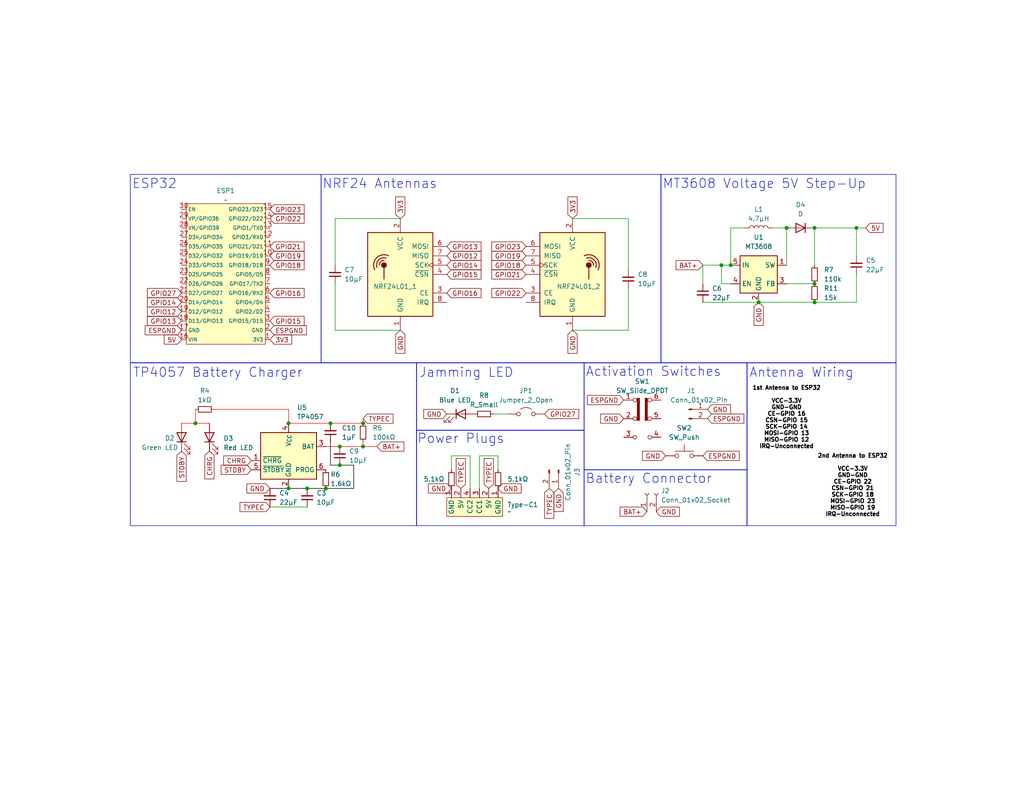
<source format=kicad_sch>
(kicad_sch
	(version 20250114)
	(generator "eeschema")
	(generator_version "9.0")
	(uuid "a8c95211-4e95-4497-b898-e17686c9f1da")
	(paper "USLetter")
	(title_block
		(date "2025-05-22")
		(rev "2")
		(company "PCBStudios")
	)
	(lib_symbols
		(symbol "Connector:Conn_01x02_Pin"
			(pin_names
				(offset 1.016)
				(hide yes)
			)
			(exclude_from_sim no)
			(in_bom yes)
			(on_board yes)
			(property "Reference" "J"
				(at 0 2.54 0)
				(effects
					(font
						(size 1.27 1.27)
					)
				)
			)
			(property "Value" "Conn_01x02_Pin"
				(at 0 -5.08 0)
				(effects
					(font
						(size 1.27 1.27)
					)
				)
			)
			(property "Footprint" ""
				(at 0 0 0)
				(effects
					(font
						(size 1.27 1.27)
					)
					(hide yes)
				)
			)
			(property "Datasheet" "~"
				(at 0 0 0)
				(effects
					(font
						(size 1.27 1.27)
					)
					(hide yes)
				)
			)
			(property "Description" "Generic connector, single row, 01x02, script generated"
				(at 0 0 0)
				(effects
					(font
						(size 1.27 1.27)
					)
					(hide yes)
				)
			)
			(property "ki_locked" ""
				(at 0 0 0)
				(effects
					(font
						(size 1.27 1.27)
					)
				)
			)
			(property "ki_keywords" "connector"
				(at 0 0 0)
				(effects
					(font
						(size 1.27 1.27)
					)
					(hide yes)
				)
			)
			(property "ki_fp_filters" "Connector*:*_1x??_*"
				(at 0 0 0)
				(effects
					(font
						(size 1.27 1.27)
					)
					(hide yes)
				)
			)
			(symbol "Conn_01x02_Pin_1_1"
				(rectangle
					(start 0.8636 0.127)
					(end 0 -0.127)
					(stroke
						(width 0.1524)
						(type default)
					)
					(fill
						(type outline)
					)
				)
				(rectangle
					(start 0.8636 -2.413)
					(end 0 -2.667)
					(stroke
						(width 0.1524)
						(type default)
					)
					(fill
						(type outline)
					)
				)
				(polyline
					(pts
						(xy 1.27 0) (xy 0.8636 0)
					)
					(stroke
						(width 0.1524)
						(type default)
					)
					(fill
						(type none)
					)
				)
				(polyline
					(pts
						(xy 1.27 -2.54) (xy 0.8636 -2.54)
					)
					(stroke
						(width 0.1524)
						(type default)
					)
					(fill
						(type none)
					)
				)
				(pin passive line
					(at 5.08 0 180)
					(length 3.81)
					(name "Pin_1"
						(effects
							(font
								(size 1.27 1.27)
							)
						)
					)
					(number "1"
						(effects
							(font
								(size 1.27 1.27)
							)
						)
					)
				)
				(pin passive line
					(at 5.08 -2.54 180)
					(length 3.81)
					(name "Pin_2"
						(effects
							(font
								(size 1.27 1.27)
							)
						)
					)
					(number "2"
						(effects
							(font
								(size 1.27 1.27)
							)
						)
					)
				)
			)
			(embedded_fonts no)
		)
		(symbol "Connector:Conn_01x02_Socket"
			(pin_names
				(offset 1.016)
				(hide yes)
			)
			(exclude_from_sim no)
			(in_bom yes)
			(on_board yes)
			(property "Reference" "J"
				(at 0 2.54 0)
				(effects
					(font
						(size 1.27 1.27)
					)
				)
			)
			(property "Value" "Conn_01x02_Socket"
				(at 0 -5.08 0)
				(effects
					(font
						(size 1.27 1.27)
					)
				)
			)
			(property "Footprint" ""
				(at 0 0 0)
				(effects
					(font
						(size 1.27 1.27)
					)
					(hide yes)
				)
			)
			(property "Datasheet" "~"
				(at 0 0 0)
				(effects
					(font
						(size 1.27 1.27)
					)
					(hide yes)
				)
			)
			(property "Description" "Generic connector, single row, 01x02, script generated"
				(at 0 0 0)
				(effects
					(font
						(size 1.27 1.27)
					)
					(hide yes)
				)
			)
			(property "ki_locked" ""
				(at 0 0 0)
				(effects
					(font
						(size 1.27 1.27)
					)
				)
			)
			(property "ki_keywords" "connector"
				(at 0 0 0)
				(effects
					(font
						(size 1.27 1.27)
					)
					(hide yes)
				)
			)
			(property "ki_fp_filters" "Connector*:*_1x??_*"
				(at 0 0 0)
				(effects
					(font
						(size 1.27 1.27)
					)
					(hide yes)
				)
			)
			(symbol "Conn_01x02_Socket_1_1"
				(polyline
					(pts
						(xy -1.27 0) (xy -0.508 0)
					)
					(stroke
						(width 0.1524)
						(type default)
					)
					(fill
						(type none)
					)
				)
				(polyline
					(pts
						(xy -1.27 -2.54) (xy -0.508 -2.54)
					)
					(stroke
						(width 0.1524)
						(type default)
					)
					(fill
						(type none)
					)
				)
				(arc
					(start 0 -0.508)
					(mid -0.5058 0)
					(end 0 0.508)
					(stroke
						(width 0.1524)
						(type default)
					)
					(fill
						(type none)
					)
				)
				(arc
					(start 0 -3.048)
					(mid -0.5058 -2.54)
					(end 0 -2.032)
					(stroke
						(width 0.1524)
						(type default)
					)
					(fill
						(type none)
					)
				)
				(pin passive line
					(at -5.08 0 0)
					(length 3.81)
					(name "Pin_1"
						(effects
							(font
								(size 1.27 1.27)
							)
						)
					)
					(number "1"
						(effects
							(font
								(size 1.27 1.27)
							)
						)
					)
				)
				(pin passive line
					(at -5.08 -2.54 0)
					(length 3.81)
					(name "Pin_2"
						(effects
							(font
								(size 1.27 1.27)
							)
						)
					)
					(number "2"
						(effects
							(font
								(size 1.27 1.27)
							)
						)
					)
				)
			)
			(embedded_fonts no)
		)
		(symbol "Device:C_Small"
			(pin_numbers
				(hide yes)
			)
			(pin_names
				(offset 0.254)
				(hide yes)
			)
			(exclude_from_sim no)
			(in_bom yes)
			(on_board yes)
			(property "Reference" "C"
				(at 0.254 1.778 0)
				(effects
					(font
						(size 1.27 1.27)
					)
					(justify left)
				)
			)
			(property "Value" "C_Small"
				(at 0.254 -2.032 0)
				(effects
					(font
						(size 1.27 1.27)
					)
					(justify left)
				)
			)
			(property "Footprint" ""
				(at 0 0 0)
				(effects
					(font
						(size 1.27 1.27)
					)
					(hide yes)
				)
			)
			(property "Datasheet" "~"
				(at 0 0 0)
				(effects
					(font
						(size 1.27 1.27)
					)
					(hide yes)
				)
			)
			(property "Description" "Unpolarized capacitor, small symbol"
				(at 0 0 0)
				(effects
					(font
						(size 1.27 1.27)
					)
					(hide yes)
				)
			)
			(property "ki_keywords" "capacitor cap"
				(at 0 0 0)
				(effects
					(font
						(size 1.27 1.27)
					)
					(hide yes)
				)
			)
			(property "ki_fp_filters" "C_*"
				(at 0 0 0)
				(effects
					(font
						(size 1.27 1.27)
					)
					(hide yes)
				)
			)
			(symbol "C_Small_0_1"
				(polyline
					(pts
						(xy -1.524 0.508) (xy 1.524 0.508)
					)
					(stroke
						(width 0.3048)
						(type default)
					)
					(fill
						(type none)
					)
				)
				(polyline
					(pts
						(xy -1.524 -0.508) (xy 1.524 -0.508)
					)
					(stroke
						(width 0.3302)
						(type default)
					)
					(fill
						(type none)
					)
				)
			)
			(symbol "C_Small_1_1"
				(pin passive line
					(at 0 2.54 270)
					(length 2.032)
					(name "~"
						(effects
							(font
								(size 1.27 1.27)
							)
						)
					)
					(number "1"
						(effects
							(font
								(size 1.27 1.27)
							)
						)
					)
				)
				(pin passive line
					(at 0 -2.54 90)
					(length 2.032)
					(name "~"
						(effects
							(font
								(size 1.27 1.27)
							)
						)
					)
					(number "2"
						(effects
							(font
								(size 1.27 1.27)
							)
						)
					)
				)
			)
			(embedded_fonts no)
		)
		(symbol "Device:D"
			(pin_numbers
				(hide yes)
			)
			(pin_names
				(offset 1.016)
				(hide yes)
			)
			(exclude_from_sim no)
			(in_bom yes)
			(on_board yes)
			(property "Reference" "D"
				(at 0 2.54 0)
				(effects
					(font
						(size 1.27 1.27)
					)
				)
			)
			(property "Value" "D"
				(at 0 -2.54 0)
				(effects
					(font
						(size 1.27 1.27)
					)
				)
			)
			(property "Footprint" ""
				(at 0 0 0)
				(effects
					(font
						(size 1.27 1.27)
					)
					(hide yes)
				)
			)
			(property "Datasheet" "~"
				(at 0 0 0)
				(effects
					(font
						(size 1.27 1.27)
					)
					(hide yes)
				)
			)
			(property "Description" "Diode"
				(at 0 0 0)
				(effects
					(font
						(size 1.27 1.27)
					)
					(hide yes)
				)
			)
			(property "Sim.Device" "D"
				(at 0 0 0)
				(effects
					(font
						(size 1.27 1.27)
					)
					(hide yes)
				)
			)
			(property "Sim.Pins" "1=K 2=A"
				(at 0 0 0)
				(effects
					(font
						(size 1.27 1.27)
					)
					(hide yes)
				)
			)
			(property "ki_keywords" "diode"
				(at 0 0 0)
				(effects
					(font
						(size 1.27 1.27)
					)
					(hide yes)
				)
			)
			(property "ki_fp_filters" "TO-???* *_Diode_* *SingleDiode* D_*"
				(at 0 0 0)
				(effects
					(font
						(size 1.27 1.27)
					)
					(hide yes)
				)
			)
			(symbol "D_0_1"
				(polyline
					(pts
						(xy -1.27 1.27) (xy -1.27 -1.27)
					)
					(stroke
						(width 0.254)
						(type default)
					)
					(fill
						(type none)
					)
				)
				(polyline
					(pts
						(xy 1.27 1.27) (xy 1.27 -1.27) (xy -1.27 0) (xy 1.27 1.27)
					)
					(stroke
						(width 0.254)
						(type default)
					)
					(fill
						(type none)
					)
				)
				(polyline
					(pts
						(xy 1.27 0) (xy -1.27 0)
					)
					(stroke
						(width 0)
						(type default)
					)
					(fill
						(type none)
					)
				)
			)
			(symbol "D_1_1"
				(pin passive line
					(at -3.81 0 0)
					(length 2.54)
					(name "K"
						(effects
							(font
								(size 1.27 1.27)
							)
						)
					)
					(number "1"
						(effects
							(font
								(size 1.27 1.27)
							)
						)
					)
				)
				(pin passive line
					(at 3.81 0 180)
					(length 2.54)
					(name "A"
						(effects
							(font
								(size 1.27 1.27)
							)
						)
					)
					(number "2"
						(effects
							(font
								(size 1.27 1.27)
							)
						)
					)
				)
			)
			(embedded_fonts no)
		)
		(symbol "Device:L"
			(pin_numbers
				(hide yes)
			)
			(pin_names
				(offset 1.016)
				(hide yes)
			)
			(exclude_from_sim no)
			(in_bom yes)
			(on_board yes)
			(property "Reference" "L"
				(at -1.27 0 90)
				(effects
					(font
						(size 1.27 1.27)
					)
				)
			)
			(property "Value" "L"
				(at 1.905 0 90)
				(effects
					(font
						(size 1.27 1.27)
					)
				)
			)
			(property "Footprint" ""
				(at 0 0 0)
				(effects
					(font
						(size 1.27 1.27)
					)
					(hide yes)
				)
			)
			(property "Datasheet" "~"
				(at 0 0 0)
				(effects
					(font
						(size 1.27 1.27)
					)
					(hide yes)
				)
			)
			(property "Description" "Inductor"
				(at 0 0 0)
				(effects
					(font
						(size 1.27 1.27)
					)
					(hide yes)
				)
			)
			(property "ki_keywords" "inductor choke coil reactor magnetic"
				(at 0 0 0)
				(effects
					(font
						(size 1.27 1.27)
					)
					(hide yes)
				)
			)
			(property "ki_fp_filters" "Choke_* *Coil* Inductor_* L_*"
				(at 0 0 0)
				(effects
					(font
						(size 1.27 1.27)
					)
					(hide yes)
				)
			)
			(symbol "L_0_1"
				(arc
					(start 0 2.54)
					(mid 0.6323 1.905)
					(end 0 1.27)
					(stroke
						(width 0)
						(type default)
					)
					(fill
						(type none)
					)
				)
				(arc
					(start 0 1.27)
					(mid 0.6323 0.635)
					(end 0 0)
					(stroke
						(width 0)
						(type default)
					)
					(fill
						(type none)
					)
				)
				(arc
					(start 0 0)
					(mid 0.6323 -0.635)
					(end 0 -1.27)
					(stroke
						(width 0)
						(type default)
					)
					(fill
						(type none)
					)
				)
				(arc
					(start 0 -1.27)
					(mid 0.6323 -1.905)
					(end 0 -2.54)
					(stroke
						(width 0)
						(type default)
					)
					(fill
						(type none)
					)
				)
			)
			(symbol "L_1_1"
				(pin passive line
					(at 0 3.81 270)
					(length 1.27)
					(name "1"
						(effects
							(font
								(size 1.27 1.27)
							)
						)
					)
					(number "1"
						(effects
							(font
								(size 1.27 1.27)
							)
						)
					)
				)
				(pin passive line
					(at 0 -3.81 90)
					(length 1.27)
					(name "2"
						(effects
							(font
								(size 1.27 1.27)
							)
						)
					)
					(number "2"
						(effects
							(font
								(size 1.27 1.27)
							)
						)
					)
				)
			)
			(embedded_fonts no)
		)
		(symbol "Device:LED"
			(pin_numbers
				(hide yes)
			)
			(pin_names
				(offset 1.016)
				(hide yes)
			)
			(exclude_from_sim no)
			(in_bom yes)
			(on_board yes)
			(property "Reference" "D"
				(at 0 2.54 0)
				(effects
					(font
						(size 1.27 1.27)
					)
				)
			)
			(property "Value" "LED"
				(at 0 -2.54 0)
				(effects
					(font
						(size 1.27 1.27)
					)
				)
			)
			(property "Footprint" ""
				(at 0 0 0)
				(effects
					(font
						(size 1.27 1.27)
					)
					(hide yes)
				)
			)
			(property "Datasheet" "~"
				(at 0 0 0)
				(effects
					(font
						(size 1.27 1.27)
					)
					(hide yes)
				)
			)
			(property "Description" "Light emitting diode"
				(at 0 0 0)
				(effects
					(font
						(size 1.27 1.27)
					)
					(hide yes)
				)
			)
			(property "ki_keywords" "LED diode"
				(at 0 0 0)
				(effects
					(font
						(size 1.27 1.27)
					)
					(hide yes)
				)
			)
			(property "ki_fp_filters" "LED* LED_SMD:* LED_THT:*"
				(at 0 0 0)
				(effects
					(font
						(size 1.27 1.27)
					)
					(hide yes)
				)
			)
			(symbol "LED_0_1"
				(polyline
					(pts
						(xy -3.048 -0.762) (xy -4.572 -2.286) (xy -3.81 -2.286) (xy -4.572 -2.286) (xy -4.572 -1.524)
					)
					(stroke
						(width 0)
						(type default)
					)
					(fill
						(type none)
					)
				)
				(polyline
					(pts
						(xy -1.778 -0.762) (xy -3.302 -2.286) (xy -2.54 -2.286) (xy -3.302 -2.286) (xy -3.302 -1.524)
					)
					(stroke
						(width 0)
						(type default)
					)
					(fill
						(type none)
					)
				)
				(polyline
					(pts
						(xy -1.27 0) (xy 1.27 0)
					)
					(stroke
						(width 0)
						(type default)
					)
					(fill
						(type none)
					)
				)
				(polyline
					(pts
						(xy -1.27 -1.27) (xy -1.27 1.27)
					)
					(stroke
						(width 0.254)
						(type default)
					)
					(fill
						(type none)
					)
				)
				(polyline
					(pts
						(xy 1.27 -1.27) (xy 1.27 1.27) (xy -1.27 0) (xy 1.27 -1.27)
					)
					(stroke
						(width 0.254)
						(type default)
					)
					(fill
						(type none)
					)
				)
			)
			(symbol "LED_1_1"
				(pin passive line
					(at -3.81 0 0)
					(length 2.54)
					(name "K"
						(effects
							(font
								(size 1.27 1.27)
							)
						)
					)
					(number "1"
						(effects
							(font
								(size 1.27 1.27)
							)
						)
					)
				)
				(pin passive line
					(at 3.81 0 180)
					(length 2.54)
					(name "A"
						(effects
							(font
								(size 1.27 1.27)
							)
						)
					)
					(number "2"
						(effects
							(font
								(size 1.27 1.27)
							)
						)
					)
				)
			)
			(embedded_fonts no)
		)
		(symbol "Device:R_Small"
			(pin_numbers
				(hide yes)
			)
			(pin_names
				(offset 0.254)
				(hide yes)
			)
			(exclude_from_sim no)
			(in_bom yes)
			(on_board yes)
			(property "Reference" "R"
				(at 0.762 0.508 0)
				(effects
					(font
						(size 1.27 1.27)
					)
					(justify left)
				)
			)
			(property "Value" "R_Small"
				(at 0.762 -1.016 0)
				(effects
					(font
						(size 1.27 1.27)
					)
					(justify left)
				)
			)
			(property "Footprint" ""
				(at 0 0 0)
				(effects
					(font
						(size 1.27 1.27)
					)
					(hide yes)
				)
			)
			(property "Datasheet" "~"
				(at 0 0 0)
				(effects
					(font
						(size 1.27 1.27)
					)
					(hide yes)
				)
			)
			(property "Description" "Resistor, small symbol"
				(at 0 0 0)
				(effects
					(font
						(size 1.27 1.27)
					)
					(hide yes)
				)
			)
			(property "ki_keywords" "R resistor"
				(at 0 0 0)
				(effects
					(font
						(size 1.27 1.27)
					)
					(hide yes)
				)
			)
			(property "ki_fp_filters" "R_*"
				(at 0 0 0)
				(effects
					(font
						(size 1.27 1.27)
					)
					(hide yes)
				)
			)
			(symbol "R_Small_0_1"
				(rectangle
					(start -0.762 1.778)
					(end 0.762 -1.778)
					(stroke
						(width 0.2032)
						(type default)
					)
					(fill
						(type none)
					)
				)
			)
			(symbol "R_Small_1_1"
				(pin passive line
					(at 0 2.54 270)
					(length 0.762)
					(name "~"
						(effects
							(font
								(size 1.27 1.27)
							)
						)
					)
					(number "1"
						(effects
							(font
								(size 1.27 1.27)
							)
						)
					)
				)
				(pin passive line
					(at 0 -2.54 90)
					(length 0.762)
					(name "~"
						(effects
							(font
								(size 1.27 1.27)
							)
						)
					)
					(number "2"
						(effects
							(font
								(size 1.27 1.27)
							)
						)
					)
				)
			)
			(embedded_fonts no)
		)
		(symbol "Jumper:Jumper_2_Open"
			(pin_numbers
				(hide yes)
			)
			(pin_names
				(offset 0)
				(hide yes)
			)
			(exclude_from_sim no)
			(in_bom yes)
			(on_board yes)
			(property "Reference" "JP"
				(at 0 2.794 0)
				(effects
					(font
						(size 1.27 1.27)
					)
				)
			)
			(property "Value" "Jumper_2_Open"
				(at 0 -2.286 0)
				(effects
					(font
						(size 1.27 1.27)
					)
				)
			)
			(property "Footprint" ""
				(at 0 0 0)
				(effects
					(font
						(size 1.27 1.27)
					)
					(hide yes)
				)
			)
			(property "Datasheet" "~"
				(at 0 0 0)
				(effects
					(font
						(size 1.27 1.27)
					)
					(hide yes)
				)
			)
			(property "Description" "Jumper, 2-pole, open"
				(at 0 0 0)
				(effects
					(font
						(size 1.27 1.27)
					)
					(hide yes)
				)
			)
			(property "ki_keywords" "Jumper SPST"
				(at 0 0 0)
				(effects
					(font
						(size 1.27 1.27)
					)
					(hide yes)
				)
			)
			(property "ki_fp_filters" "Jumper* TestPoint*2Pads* TestPoint*Bridge*"
				(at 0 0 0)
				(effects
					(font
						(size 1.27 1.27)
					)
					(hide yes)
				)
			)
			(symbol "Jumper_2_Open_0_0"
				(circle
					(center -2.032 0)
					(radius 0.508)
					(stroke
						(width 0)
						(type default)
					)
					(fill
						(type none)
					)
				)
				(circle
					(center 2.032 0)
					(radius 0.508)
					(stroke
						(width 0)
						(type default)
					)
					(fill
						(type none)
					)
				)
			)
			(symbol "Jumper_2_Open_0_1"
				(arc
					(start -1.524 1.27)
					(mid 0 1.778)
					(end 1.524 1.27)
					(stroke
						(width 0)
						(type default)
					)
					(fill
						(type none)
					)
				)
			)
			(symbol "Jumper_2_Open_1_1"
				(pin passive line
					(at -5.08 0 0)
					(length 2.54)
					(name "A"
						(effects
							(font
								(size 1.27 1.27)
							)
						)
					)
					(number "1"
						(effects
							(font
								(size 1.27 1.27)
							)
						)
					)
				)
				(pin passive line
					(at 5.08 0 180)
					(length 2.54)
					(name "B"
						(effects
							(font
								(size 1.27 1.27)
							)
						)
					)
					(number "2"
						(effects
							(font
								(size 1.27 1.27)
							)
						)
					)
				)
			)
			(embedded_fonts no)
		)
		(symbol "Other:30-Pin-ESP32"
			(exclude_from_sim no)
			(in_bom yes)
			(on_board yes)
			(property "Reference" "ESP32"
				(at 0 0 0)
				(effects
					(font
						(size 1.27 1.27)
					)
				)
			)
			(property "Value" ""
				(at 0 0 0)
				(effects
					(font
						(size 1.27 1.27)
					)
				)
			)
			(property "Footprint" "Other:30 Pin ESP32 Dev Board"
				(at 0 0 0)
				(effects
					(font
						(size 1.27 1.27)
					)
					(hide yes)
				)
			)
			(property "Datasheet" ""
				(at 0 0 0)
				(effects
					(font
						(size 1.27 1.27)
					)
					(hide yes)
				)
			)
			(property "Description" ""
				(at 0 0 0)
				(effects
					(font
						(size 1.27 1.27)
					)
					(hide yes)
				)
			)
			(symbol "30-Pin-ESP32_1_1"
				(rectangle
					(start -7.62 39.624)
					(end 13.97 1.27)
					(stroke
						(width 0)
						(type default)
					)
					(fill
						(type background)
					)
				)
				(pin input line
					(at -8.89 38.1 0)
					(length 1.27)
					(name "EN"
						(effects
							(font
								(size 1 1)
							)
						)
					)
					(number "30"
						(effects
							(font
								(size 1.27 1.27)
							)
						)
					)
				)
				(pin input line
					(at -8.89 35.56 0)
					(length 1.27)
					(name "VP/GPIO36"
						(effects
							(font
								(size 1 1)
							)
						)
					)
					(number "29"
						(effects
							(font
								(size 1.27 1.27)
							)
						)
					)
				)
				(pin input line
					(at -8.89 33.02 0)
					(length 1.27)
					(name "VN/GPIO39"
						(effects
							(font
								(size 1 1)
							)
						)
					)
					(number "28"
						(effects
							(font
								(size 1.27 1.27)
							)
						)
					)
				)
				(pin input line
					(at -8.89 30.48 0)
					(length 1.27)
					(name "D34/GPIO34"
						(effects
							(font
								(size 1 1)
							)
						)
					)
					(number "27"
						(effects
							(font
								(size 1.27 1.27)
							)
						)
					)
				)
				(pin input line
					(at -8.89 27.94 0)
					(length 1.27)
					(name "D35/GPIO35"
						(effects
							(font
								(size 1 1)
							)
						)
					)
					(number "26"
						(effects
							(font
								(size 1.27 1.27)
							)
						)
					)
				)
				(pin input line
					(at -8.89 25.4 0)
					(length 1.27)
					(name "D32/GPIO32"
						(effects
							(font
								(size 1 1)
							)
						)
					)
					(number "25"
						(effects
							(font
								(size 1.27 1.27)
							)
						)
					)
				)
				(pin input line
					(at -8.89 22.86 0)
					(length 1.27)
					(name "D33/GPIO33"
						(effects
							(font
								(size 1 1)
							)
						)
					)
					(number "24"
						(effects
							(font
								(size 1.27 1.27)
							)
						)
					)
				)
				(pin input line
					(at -8.89 20.32 0)
					(length 1.27)
					(name "D25/GPIO25"
						(effects
							(font
								(size 1 1)
							)
						)
					)
					(number "23"
						(effects
							(font
								(size 1.27 1.27)
							)
						)
					)
				)
				(pin input line
					(at -8.89 17.78 0)
					(length 1.27)
					(name "D26/GPIO26"
						(effects
							(font
								(size 1 1)
							)
						)
					)
					(number "22"
						(effects
							(font
								(size 1.27 1.27)
							)
						)
					)
				)
				(pin input line
					(at -8.89 15.24 0)
					(length 1.27)
					(name "D27/GPIO27"
						(effects
							(font
								(size 1 1)
							)
						)
					)
					(number "21"
						(effects
							(font
								(size 1.27 1.27)
							)
						)
					)
				)
				(pin input line
					(at -8.89 12.7 0)
					(length 1.27)
					(name "D14/GPIO14"
						(effects
							(font
								(size 1 1)
							)
						)
					)
					(number "20"
						(effects
							(font
								(size 1.27 1.27)
							)
						)
					)
				)
				(pin input line
					(at -8.89 10.16 0)
					(length 1.27)
					(name "D12/GPIO12"
						(effects
							(font
								(size 1 1)
							)
						)
					)
					(number "19"
						(effects
							(font
								(size 1.27 1.27)
							)
						)
					)
				)
				(pin input line
					(at -8.89 7.62 0)
					(length 1.27)
					(name "D13/GPIO13"
						(effects
							(font
								(size 1 1)
							)
						)
					)
					(number "18"
						(effects
							(font
								(size 1.27 1.27)
							)
						)
					)
				)
				(pin input line
					(at -8.89 5.08 0)
					(length 1.27)
					(name "GND"
						(effects
							(font
								(size 1 1)
							)
						)
					)
					(number "17"
						(effects
							(font
								(size 1.27 1.27)
							)
						)
					)
				)
				(pin input line
					(at -8.89 2.54 0)
					(length 1.27)
					(name "VIN"
						(effects
							(font
								(size 1 1)
							)
						)
					)
					(number "16"
						(effects
							(font
								(size 1.27 1.27)
							)
						)
					)
				)
				(pin input line
					(at 15.24 38.1 180)
					(length 1.27)
					(name "GPIO23/D23"
						(effects
							(font
								(size 1 1)
							)
						)
					)
					(number "15"
						(effects
							(font
								(size 1.27 1.27)
							)
						)
					)
				)
				(pin input line
					(at 15.24 35.56 180)
					(length 1.27)
					(name "GPIO22/D22"
						(effects
							(font
								(size 1 1)
							)
						)
					)
					(number "14"
						(effects
							(font
								(size 1.27 1.27)
							)
						)
					)
				)
				(pin input line
					(at 15.24 33.02 180)
					(length 1.27)
					(name "GPIO1/TX0"
						(effects
							(font
								(size 1 1)
							)
						)
					)
					(number "13"
						(effects
							(font
								(size 1.27 1.27)
							)
						)
					)
				)
				(pin input line
					(at 15.24 30.48 180)
					(length 1.27)
					(name "GPIO3/RX0"
						(effects
							(font
								(size 1 1)
							)
						)
					)
					(number "12"
						(effects
							(font
								(size 1.27 1.27)
							)
						)
					)
				)
				(pin input line
					(at 15.24 27.94 180)
					(length 1.27)
					(name "GPIO21/D21"
						(effects
							(font
								(size 1 1)
							)
						)
					)
					(number "11"
						(effects
							(font
								(size 1.27 1.27)
							)
						)
					)
				)
				(pin input line
					(at 15.24 25.4 180)
					(length 1.27)
					(name "GPIO19/D19"
						(effects
							(font
								(size 1 1)
							)
						)
					)
					(number "10"
						(effects
							(font
								(size 1.27 1.27)
							)
						)
					)
				)
				(pin input line
					(at 15.24 22.86 180)
					(length 1.27)
					(name "GPIO18/D18"
						(effects
							(font
								(size 1 1)
							)
						)
					)
					(number "9"
						(effects
							(font
								(size 1.27 1.27)
							)
						)
					)
				)
				(pin input line
					(at 15.24 20.32 180)
					(length 1.27)
					(name "GPIO5/D5"
						(effects
							(font
								(size 1 1)
							)
						)
					)
					(number "8"
						(effects
							(font
								(size 1.27 1.27)
							)
						)
					)
				)
				(pin input line
					(at 15.24 17.78 180)
					(length 1.27)
					(name "GPIO17/TX2"
						(effects
							(font
								(size 1 1)
							)
						)
					)
					(number "7"
						(effects
							(font
								(size 1.27 1.27)
							)
						)
					)
				)
				(pin input line
					(at 15.24 15.24 180)
					(length 1.27)
					(name "GPIO16/RX2"
						(effects
							(font
								(size 1 1)
							)
						)
					)
					(number "6"
						(effects
							(font
								(size 1.27 1.27)
							)
						)
					)
				)
				(pin input line
					(at 15.24 12.7 180)
					(length 1.27)
					(name "GPIO4/D4"
						(effects
							(font
								(size 1 1)
							)
						)
					)
					(number "5"
						(effects
							(font
								(size 1.27 1.27)
							)
						)
					)
				)
				(pin input line
					(at 15.24 10.16 180)
					(length 1.27)
					(name "GPIO2/D2"
						(effects
							(font
								(size 1 1)
							)
						)
					)
					(number "4"
						(effects
							(font
								(size 1.27 1.27)
							)
						)
					)
				)
				(pin input line
					(at 15.24 7.62 180)
					(length 1.27)
					(name "GPIO15/D15"
						(effects
							(font
								(size 1 1)
							)
						)
					)
					(number "3"
						(effects
							(font
								(size 1.27 1.27)
							)
						)
					)
				)
				(pin input line
					(at 15.24 5.08 180)
					(length 1.27)
					(name "GND"
						(effects
							(font
								(size 1 1)
							)
						)
					)
					(number "2"
						(effects
							(font
								(size 1.27 1.27)
							)
						)
					)
				)
				(pin input line
					(at 15.24 2.54 180)
					(length 1.27)
					(name "3V3"
						(effects
							(font
								(size 1 1)
							)
						)
					)
					(number "1"
						(effects
							(font
								(size 1.27 1.27)
							)
						)
					)
				)
			)
			(embedded_fonts no)
		)
		(symbol "Other:SMD_6P_Type-C_Port"
			(exclude_from_sim no)
			(in_bom yes)
			(on_board yes)
			(property "Reference" "Type-C"
				(at 0 4.318 0)
				(effects
					(font
						(size 1.27 1.27)
					)
				)
			)
			(property "Value" ""
				(at 0 0 0)
				(effects
					(font
						(size 1.27 1.27)
					)
				)
			)
			(property "Footprint" ""
				(at 0 0 0)
				(effects
					(font
						(size 1.27 1.27)
					)
					(hide yes)
				)
			)
			(property "Datasheet" ""
				(at 0 0 0)
				(effects
					(font
						(size 1.27 1.27)
					)
					(hide yes)
				)
			)
			(property "Description" ""
				(at 0 0 0)
				(effects
					(font
						(size 1.27 1.27)
					)
					(hide yes)
				)
			)
			(symbol "SMD_6P_Type-C_Port_1_1"
				(rectangle
					(start -7.62 2.54)
					(end 7.62 -2.54)
					(stroke
						(width 0)
						(type default)
					)
					(fill
						(type background)
					)
				)
				(pin input line
					(at -6.35 -5.08 90)
					(length 2.54)
					(name "GND"
						(effects
							(font
								(size 1.27 1.27)
							)
						)
					)
					(number "1"
						(effects
							(font
								(size 1.27 1.27)
							)
						)
					)
				)
				(pin input line
					(at -3.81 -5.08 90)
					(length 2.54)
					(name "5V"
						(effects
							(font
								(size 1.27 1.27)
							)
						)
					)
					(number "2"
						(effects
							(font
								(size 1.27 1.27)
							)
						)
					)
				)
				(pin input line
					(at -1.27 -5.08 90)
					(length 2.54)
					(name "CC1"
						(effects
							(font
								(size 1.27 1.27)
							)
						)
					)
					(number "3"
						(effects
							(font
								(size 1.27 1.27)
							)
						)
					)
				)
				(pin input line
					(at 1.27 -5.08 90)
					(length 2.54)
					(name "CC2"
						(effects
							(font
								(size 1.27 1.27)
							)
						)
					)
					(number "4"
						(effects
							(font
								(size 1.27 1.27)
							)
						)
					)
				)
				(pin input line
					(at 3.81 -5.08 90)
					(length 2.54)
					(name "5V"
						(effects
							(font
								(size 1.27 1.27)
							)
						)
					)
					(number "2"
						(effects
							(font
								(size 1.27 1.27)
							)
						)
					)
				)
				(pin input line
					(at 6.35 -5.08 90)
					(length 2.54)
					(name "GND"
						(effects
							(font
								(size 1.27 1.27)
							)
						)
					)
					(number "1"
						(effects
							(font
								(size 1.27 1.27)
							)
						)
					)
				)
			)
			(embedded_fonts no)
		)
		(symbol "RF:NRF24L01_Breakout"
			(pin_names
				(offset 1.016)
			)
			(exclude_from_sim no)
			(in_bom yes)
			(on_board yes)
			(property "Reference" "U"
				(at -8.89 12.7 0)
				(effects
					(font
						(size 1.27 1.27)
					)
					(justify left)
				)
			)
			(property "Value" "NRF24L01_Breakout"
				(at 3.81 12.7 0)
				(effects
					(font
						(size 1.27 1.27)
					)
					(justify left)
				)
			)
			(property "Footprint" "RF_Module:nRF24L01_Breakout"
				(at 3.81 15.24 0)
				(effects
					(font
						(size 1.27 1.27)
						(italic yes)
					)
					(justify left)
					(hide yes)
				)
			)
			(property "Datasheet" "http://www.nordicsemi.com/eng/content/download/2730/34105/file/nRF24L01_Product_Specification_v2_0.pdf"
				(at 0 -2.54 0)
				(effects
					(font
						(size 1.27 1.27)
					)
					(hide yes)
				)
			)
			(property "Description" "Ultra low power 2.4GHz RF Transceiver, Carrier PCB"
				(at 0 0 0)
				(effects
					(font
						(size 1.27 1.27)
					)
					(hide yes)
				)
			)
			(property "ki_keywords" "Low Power RF Transceiver breakout carrier"
				(at 0 0 0)
				(effects
					(font
						(size 1.27 1.27)
					)
					(hide yes)
				)
			)
			(property "ki_fp_filters" "nRF24L01*Breakout*"
				(at 0 0 0)
				(effects
					(font
						(size 1.27 1.27)
					)
					(hide yes)
				)
			)
			(symbol "NRF24L01_Breakout_0_1"
				(rectangle
					(start -8.89 11.43)
					(end 8.89 -11.43)
					(stroke
						(width 0.254)
						(type default)
					)
					(fill
						(type background)
					)
				)
				(arc
					(start 3.175 5.08)
					(mid 6.453 4.548)
					(end 6.985 1.27)
					(stroke
						(width 0.254)
						(type default)
					)
					(fill
						(type none)
					)
				)
				(circle
					(center 4.445 2.54)
					(radius 0.635)
					(stroke
						(width 0.254)
						(type default)
					)
					(fill
						(type outline)
					)
				)
				(polyline
					(pts
						(xy 4.445 1.905) (xy 4.445 -1.27)
					)
					(stroke
						(width 0.254)
						(type default)
					)
					(fill
						(type none)
					)
				)
				(arc
					(start 3.81 4.445)
					(mid 5.8835 3.9785)
					(end 6.35 1.905)
					(stroke
						(width 0.254)
						(type default)
					)
					(fill
						(type none)
					)
				)
				(arc
					(start 4.445 3.81)
					(mid 5.3558 3.4508)
					(end 5.715 2.54)
					(stroke
						(width 0.254)
						(type default)
					)
					(fill
						(type none)
					)
				)
			)
			(symbol "NRF24L01_Breakout_1_1"
				(pin input line
					(at -12.7 7.62 0)
					(length 3.81)
					(name "MOSI"
						(effects
							(font
								(size 1.27 1.27)
							)
						)
					)
					(number "6"
						(effects
							(font
								(size 1.27 1.27)
							)
						)
					)
				)
				(pin output line
					(at -12.7 5.08 0)
					(length 3.81)
					(name "MISO"
						(effects
							(font
								(size 1.27 1.27)
							)
						)
					)
					(number "7"
						(effects
							(font
								(size 1.27 1.27)
							)
						)
					)
				)
				(pin input clock
					(at -12.7 2.54 0)
					(length 3.81)
					(name "SCK"
						(effects
							(font
								(size 1.27 1.27)
							)
						)
					)
					(number "5"
						(effects
							(font
								(size 1.27 1.27)
							)
						)
					)
				)
				(pin input line
					(at -12.7 0 0)
					(length 3.81)
					(name "~{CSN}"
						(effects
							(font
								(size 1.27 1.27)
							)
						)
					)
					(number "4"
						(effects
							(font
								(size 1.27 1.27)
							)
						)
					)
				)
				(pin input line
					(at -12.7 -5.08 0)
					(length 3.81)
					(name "CE"
						(effects
							(font
								(size 1.27 1.27)
							)
						)
					)
					(number "3"
						(effects
							(font
								(size 1.27 1.27)
							)
						)
					)
				)
				(pin output line
					(at -12.7 -7.62 0)
					(length 3.81)
					(name "IRQ"
						(effects
							(font
								(size 1.27 1.27)
							)
						)
					)
					(number "8"
						(effects
							(font
								(size 1.27 1.27)
							)
						)
					)
				)
				(pin power_in line
					(at 0 15.24 270)
					(length 3.81)
					(name "VCC"
						(effects
							(font
								(size 1.27 1.27)
							)
						)
					)
					(number "2"
						(effects
							(font
								(size 1.27 1.27)
							)
						)
					)
				)
				(pin power_in line
					(at 0 -15.24 90)
					(length 3.81)
					(name "GND"
						(effects
							(font
								(size 1.27 1.27)
							)
						)
					)
					(number "1"
						(effects
							(font
								(size 1.27 1.27)
							)
						)
					)
				)
			)
			(embedded_fonts no)
		)
		(symbol "Regulator_Switching:MT3608"
			(exclude_from_sim no)
			(in_bom yes)
			(on_board yes)
			(property "Reference" "U"
				(at -2.54 8.89 0)
				(effects
					(font
						(size 1.27 1.27)
					)
					(justify left)
				)
			)
			(property "Value" "MT3608"
				(at -3.81 6.35 0)
				(effects
					(font
						(size 1.27 1.27)
					)
					(justify left)
				)
			)
			(property "Footprint" "Package_TO_SOT_SMD:SOT-23-6"
				(at 1.27 -6.35 0)
				(effects
					(font
						(size 1.27 1.27)
						(italic yes)
					)
					(justify left)
					(hide yes)
				)
			)
			(property "Datasheet" "https://www.olimex.com/Products/Breadboarding/BB-PWR-3608/resources/MT3608.pdf"
				(at -6.35 11.43 0)
				(effects
					(font
						(size 1.27 1.27)
					)
					(hide yes)
				)
			)
			(property "Description" "High Efficiency 1.2MHz 2A Step Up Converter, 2-24V Vin, 28V Vout, 4A current limit, 1.2MHz, SOT23-6"
				(at 0 0 0)
				(effects
					(font
						(size 1.27 1.27)
					)
					(hide yes)
				)
			)
			(property "ki_keywords" "Step-Up Boost DC-DC Regulator Adjustable"
				(at 0 0 0)
				(effects
					(font
						(size 1.27 1.27)
					)
					(hide yes)
				)
			)
			(property "ki_fp_filters" "SOT*23*"
				(at 0 0 0)
				(effects
					(font
						(size 1.27 1.27)
					)
					(hide yes)
				)
			)
			(symbol "MT3608_0_1"
				(rectangle
					(start -5.08 5.08)
					(end 5.08 -5.08)
					(stroke
						(width 0.254)
						(type default)
					)
					(fill
						(type background)
					)
				)
			)
			(symbol "MT3608_1_1"
				(pin power_in line
					(at -7.62 2.54 0)
					(length 2.54)
					(name "IN"
						(effects
							(font
								(size 1.27 1.27)
							)
						)
					)
					(number "5"
						(effects
							(font
								(size 1.27 1.27)
							)
						)
					)
				)
				(pin input line
					(at -7.62 -2.54 0)
					(length 2.54)
					(name "EN"
						(effects
							(font
								(size 1.27 1.27)
							)
						)
					)
					(number "4"
						(effects
							(font
								(size 1.27 1.27)
							)
						)
					)
				)
				(pin power_in line
					(at 0 -7.62 90)
					(length 2.54)
					(name "GND"
						(effects
							(font
								(size 1.27 1.27)
							)
						)
					)
					(number "2"
						(effects
							(font
								(size 1.27 1.27)
							)
						)
					)
				)
				(pin no_connect line
					(at 5.08 0 180)
					(length 2.54)
					(hide yes)
					(name "NC"
						(effects
							(font
								(size 1.27 1.27)
							)
						)
					)
					(number "6"
						(effects
							(font
								(size 1.27 1.27)
							)
						)
					)
				)
				(pin passive line
					(at 7.62 2.54 180)
					(length 2.54)
					(name "SW"
						(effects
							(font
								(size 1.27 1.27)
							)
						)
					)
					(number "1"
						(effects
							(font
								(size 1.27 1.27)
							)
						)
					)
				)
				(pin input line
					(at 7.62 -2.54 180)
					(length 2.54)
					(name "FB"
						(effects
							(font
								(size 1.27 1.27)
							)
						)
					)
					(number "3"
						(effects
							(font
								(size 1.27 1.27)
							)
						)
					)
				)
			)
			(embedded_fonts no)
		)
		(symbol "Switch:SW_Push"
			(pin_numbers
				(hide yes)
			)
			(pin_names
				(offset 1.016)
				(hide yes)
			)
			(exclude_from_sim no)
			(in_bom yes)
			(on_board yes)
			(property "Reference" "SW"
				(at 1.27 2.54 0)
				(effects
					(font
						(size 1.27 1.27)
					)
					(justify left)
				)
			)
			(property "Value" "SW_Push"
				(at 0 -1.524 0)
				(effects
					(font
						(size 1.27 1.27)
					)
				)
			)
			(property "Footprint" ""
				(at 0 5.08 0)
				(effects
					(font
						(size 1.27 1.27)
					)
					(hide yes)
				)
			)
			(property "Datasheet" "~"
				(at 0 5.08 0)
				(effects
					(font
						(size 1.27 1.27)
					)
					(hide yes)
				)
			)
			(property "Description" "Push button switch, generic, two pins"
				(at 0 0 0)
				(effects
					(font
						(size 1.27 1.27)
					)
					(hide yes)
				)
			)
			(property "ki_keywords" "switch normally-open pushbutton push-button"
				(at 0 0 0)
				(effects
					(font
						(size 1.27 1.27)
					)
					(hide yes)
				)
			)
			(symbol "SW_Push_0_1"
				(circle
					(center -2.032 0)
					(radius 0.508)
					(stroke
						(width 0)
						(type default)
					)
					(fill
						(type none)
					)
				)
				(polyline
					(pts
						(xy 0 1.27) (xy 0 3.048)
					)
					(stroke
						(width 0)
						(type default)
					)
					(fill
						(type none)
					)
				)
				(circle
					(center 2.032 0)
					(radius 0.508)
					(stroke
						(width 0)
						(type default)
					)
					(fill
						(type none)
					)
				)
				(polyline
					(pts
						(xy 2.54 1.27) (xy -2.54 1.27)
					)
					(stroke
						(width 0)
						(type default)
					)
					(fill
						(type none)
					)
				)
				(pin passive line
					(at -5.08 0 0)
					(length 2.54)
					(name "1"
						(effects
							(font
								(size 1.27 1.27)
							)
						)
					)
					(number "1"
						(effects
							(font
								(size 1.27 1.27)
							)
						)
					)
				)
				(pin passive line
					(at 5.08 0 180)
					(length 2.54)
					(name "2"
						(effects
							(font
								(size 1.27 1.27)
							)
						)
					)
					(number "2"
						(effects
							(font
								(size 1.27 1.27)
							)
						)
					)
				)
			)
			(embedded_fonts no)
		)
		(symbol "Switch:SW_Slide_DPDT"
			(pin_names
				(offset 0)
				(hide yes)
			)
			(exclude_from_sim no)
			(in_bom yes)
			(on_board yes)
			(property "Reference" "SW"
				(at 0 6.858 0)
				(effects
					(font
						(size 1.27 1.27)
					)
				)
			)
			(property "Value" "SW_Slide_DPDT"
				(at 0 -8.128 0)
				(effects
					(font
						(size 1.27 1.27)
					)
				)
			)
			(property "Footprint" ""
				(at 13.97 5.08 0)
				(effects
					(font
						(size 1.27 1.27)
					)
					(hide yes)
				)
			)
			(property "Datasheet" "~"
				(at 0 0 0)
				(effects
					(font
						(size 1.27 1.27)
					)
					(hide yes)
				)
			)
			(property "Description" "Slide Switch, dual pole double throw"
				(at 0 0 0)
				(effects
					(font
						(size 1.27 1.27)
					)
					(hide yes)
				)
			)
			(property "ki_keywords" "switch dual-pole double-throw dpdt ON-ON"
				(at 0 0 0)
				(effects
					(font
						(size 1.27 1.27)
					)
					(hide yes)
				)
			)
			(symbol "SW_Slide_DPDT_0_0"
				(circle
					(center -2.032 5.08)
					(radius 0.508)
					(stroke
						(width 0)
						(type default)
					)
					(fill
						(type none)
					)
				)
				(circle
					(center -2.032 -5.08)
					(radius 0.508)
					(stroke
						(width 0)
						(type default)
					)
					(fill
						(type none)
					)
				)
				(circle
					(center 2.032 0)
					(radius 0.508)
					(stroke
						(width 0)
						(type default)
					)
					(fill
						(type none)
					)
				)
				(circle
					(center 2.032 -5.08)
					(radius 0.508)
					(stroke
						(width 0)
						(type default)
					)
					(fill
						(type none)
					)
				)
			)
			(symbol "SW_Slide_DPDT_0_1"
				(circle
					(center -2.032 0)
					(radius 0.508)
					(stroke
						(width 0)
						(type default)
					)
					(fill
						(type none)
					)
				)
				(circle
					(center 2.032 5.08)
					(radius 0.508)
					(stroke
						(width 0)
						(type default)
					)
					(fill
						(type none)
					)
				)
			)
			(symbol "SW_Slide_DPDT_1_1"
				(rectangle
					(start -1.397 5.588)
					(end -0.762 -0.508)
					(stroke
						(width 0)
						(type default)
					)
					(fill
						(type outline)
					)
				)
				(rectangle
					(start 0.762 5.588)
					(end 1.397 -0.508)
					(stroke
						(width 0)
						(type default)
					)
					(fill
						(type outline)
					)
				)
				(pin passive line
					(at -5.08 5.08 0)
					(length 2.54)
					(name "A"
						(effects
							(font
								(size 1.27 1.27)
							)
						)
					)
					(number "1"
						(effects
							(font
								(size 1.27 1.27)
							)
						)
					)
				)
				(pin passive line
					(at -5.08 0 0)
					(length 2.54)
					(name "B"
						(effects
							(font
								(size 1.27 1.27)
							)
						)
					)
					(number "2"
						(effects
							(font
								(size 1.27 1.27)
							)
						)
					)
				)
				(pin passive line
					(at -5.08 -5.08 0)
					(length 2.54)
					(name "C"
						(effects
							(font
								(size 1.27 1.27)
							)
						)
					)
					(number "3"
						(effects
							(font
								(size 1.27 1.27)
							)
						)
					)
				)
				(pin passive line
					(at 5.08 5.08 180)
					(length 2.54)
					(name "C"
						(effects
							(font
								(size 1.27 1.27)
							)
						)
					)
					(number "6"
						(effects
							(font
								(size 1.27 1.27)
							)
						)
					)
				)
				(pin passive line
					(at 5.08 0 180)
					(length 2.54)
					(name "B"
						(effects
							(font
								(size 1.27 1.27)
							)
						)
					)
					(number "5"
						(effects
							(font
								(size 1.27 1.27)
							)
						)
					)
				)
				(pin passive line
					(at 5.08 -5.08 180)
					(length 2.54)
					(name "A"
						(effects
							(font
								(size 1.27 1.27)
							)
						)
					)
					(number "4"
						(effects
							(font
								(size 1.27 1.27)
							)
						)
					)
				)
			)
			(embedded_fonts no)
		)
		(symbol "custom-chips:TP4057"
			(exclude_from_sim no)
			(in_bom yes)
			(on_board yes)
			(property "Reference" "U"
				(at -5.842 6.604 0)
				(effects
					(font
						(size 1.27 1.27)
					)
				)
			)
			(property "Value" "TP4057"
				(at 1.524 6.604 0)
				(effects
					(font
						(size 1.27 1.27)
					)
					(justify left)
				)
			)
			(property "Footprint" "Package_TO_SOT_SMD:TSOT-23-6"
				(at 0 -12.7 0)
				(effects
					(font
						(size 1.27 1.27)
					)
					(hide yes)
				)
			)
			(property "Datasheet" "https://www.analog.com/media/en/technical-documentation/data-sheets/405442xf.pdf"
				(at 1.27 -20.32 0)
				(effects
					(font
						(size 1.27 1.27)
					)
					(hide yes)
				)
			)
			(property "Description" "Constant-current/constant-voltage linear charger for single cell lithium-ion batteries no Trickle Charge, 4.5V to 6.5V VDD, -40 to +85 degree Celsius, TSOT-23-5"
				(at 0 0 0)
				(effects
					(font
						(size 1.27 1.27)
					)
					(hide yes)
				)
			)
			(property "ki_keywords" "Constant-current constant-voltage linear charger single cell lithium-ion battery"
				(at 0 0 0)
				(effects
					(font
						(size 1.27 1.27)
					)
					(hide yes)
				)
			)
			(property "ki_fp_filters" "TSOT?23*"
				(at 0 0 0)
				(effects
					(font
						(size 1.27 1.27)
					)
					(hide yes)
				)
			)
			(symbol "TP4057_0_1"
				(rectangle
					(start -7.62 5.08)
					(end 7.62 -7.62)
					(stroke
						(width 0.254)
						(type default)
					)
					(fill
						(type background)
					)
				)
			)
			(symbol "TP4057_1_0"
				(pin open_collector line
					(at -10.16 -5.08 0)
					(length 2.54)
					(name "~{STDBY}"
						(effects
							(font
								(size 1.27 1.27)
							)
						)
					)
					(number "5"
						(effects
							(font
								(size 1.27 1.27)
							)
						)
					)
				)
			)
			(symbol "TP4057_1_1"
				(pin open_collector line
					(at -10.16 -2.54 0)
					(length 2.54)
					(name "~{CHRG}"
						(effects
							(font
								(size 1.27 1.27)
							)
						)
					)
					(number "1"
						(effects
							(font
								(size 1.27 1.27)
							)
						)
					)
				)
				(pin power_in line
					(at 0 7.62 270)
					(length 2.54)
					(name "V_{CC}"
						(effects
							(font
								(size 1.27 1.27)
							)
						)
					)
					(number "4"
						(effects
							(font
								(size 1.27 1.27)
							)
						)
					)
				)
				(pin power_in line
					(at 0 -10.16 90)
					(length 2.54)
					(name "GND"
						(effects
							(font
								(size 1.27 1.27)
							)
						)
					)
					(number "2"
						(effects
							(font
								(size 1.27 1.27)
							)
						)
					)
				)
				(pin power_out line
					(at 10.16 1.27 180)
					(length 2.54)
					(name "BAT"
						(effects
							(font
								(size 1.27 1.27)
							)
						)
					)
					(number "3"
						(effects
							(font
								(size 1.27 1.27)
							)
						)
					)
				)
				(pin bidirectional line
					(at 10.16 -5.08 180)
					(length 2.54)
					(name "PROG"
						(effects
							(font
								(size 1.27 1.27)
							)
						)
					)
					(number "6"
						(effects
							(font
								(size 1.27 1.27)
							)
						)
					)
				)
			)
			(embedded_fonts no)
		)
	)
	(rectangle
		(start 159.385 99.06)
		(end 203.835 128.27)
		(stroke
			(width 0)
			(type default)
		)
		(fill
			(type none)
		)
		(uuid 3bd55a7b-4724-4eca-b1fd-466f76d42d46)
	)
	(rectangle
		(start 87.63 47.625)
		(end 180.34 99.06)
		(stroke
			(width 0)
			(type default)
		)
		(fill
			(type none)
		)
		(uuid 40bf846d-ed59-4a6b-8c42-a698dbaa7ac8)
	)
	(rectangle
		(start 113.665 99.06)
		(end 159.385 117.475)
		(stroke
			(width 0)
			(type default)
		)
		(fill
			(type none)
		)
		(uuid 44a75ab0-1767-4ebd-953e-3b1c61a771d3)
	)
	(rectangle
		(start 159.385 128.27)
		(end 203.835 143.51)
		(stroke
			(width 0)
			(type default)
		)
		(fill
			(type none)
		)
		(uuid 523ec96a-8242-4de1-a5e1-e70a8446d4db)
	)
	(rectangle
		(start 180.34 47.625)
		(end 244.475 99.06)
		(stroke
			(width 0)
			(type default)
		)
		(fill
			(type none)
		)
		(uuid 53c951ff-85df-4cfd-abc5-6dd3955b9645)
	)
	(rectangle
		(start 113.665 117.475)
		(end 159.385 143.51)
		(stroke
			(width 0)
			(type default)
		)
		(fill
			(type none)
		)
		(uuid 676123e3-d85f-447d-9dbf-b3008e2894f4)
	)
	(rectangle
		(start 35.56 99.06)
		(end 113.665 143.51)
		(stroke
			(width 0)
			(type default)
		)
		(fill
			(type none)
		)
		(uuid 937d55f0-cba0-4bfd-b116-4ea5b6644627)
	)
	(rectangle
		(start 203.835 99.06)
		(end 244.475 143.51)
		(stroke
			(width 0)
			(type default)
		)
		(fill
			(type none)
		)
		(uuid aed0c519-c110-4547-ae85-d37dcbf05de5)
	)
	(rectangle
		(start 35.56 47.625)
		(end 87.63 99.06)
		(stroke
			(width 0)
			(type default)
		)
		(fill
			(type none)
		)
		(uuid df999ff6-0127-466a-bd06-f541212f33f5)
	)
	(text "Jamming LED"
		(exclude_from_sim no)
		(at 127.254 101.854 0)
		(effects
			(font
				(size 2.54 2.54)
			)
		)
		(uuid "07502673-9eda-4417-a000-4cce15e12315")
	)
	(text "1st Antenna to ESP32\n\nVCC-3.3V\nGND-GND\nCE-GPIO 16\nCSN-GPIO 15\nSCK-GPIO 14\nMOSI-GPIO 13\nMISO-GPIO 12\nIRQ-Unconnected"
		(exclude_from_sim no)
		(at 214.63 114.046 0)
		(effects
			(font
				(size 1.1 1.1)
				(thickness 0.254)
				(bold yes)
				(color 0 0 0 1)
			)
		)
		(uuid "0959fc55-6d11-42e5-a41a-22a4e7a7f632")
	)
	(text "MT3608 Voltage 5V Step-Up"
		(exclude_from_sim no)
		(at 208.534 50.292 0)
		(effects
			(font
				(size 2.54 2.54)
			)
		)
		(uuid "18ac4e17-0cf4-4dc3-9452-ca54b92e74b6")
	)
	(text "Power Plugs"
		(exclude_from_sim no)
		(at 125.73 119.888 0)
		(effects
			(font
				(size 2.54 2.54)
			)
		)
		(uuid "18fa0aae-83bc-4a38-bc68-69f2c56a51b3")
	)
	(text "ESP32"
		(exclude_from_sim no)
		(at 42.164 50.292 0)
		(effects
			(font
				(size 2.54 2.54)
			)
		)
		(uuid "3c93458a-a2ff-4133-b59d-d4e18a9176ce")
	)
	(text "Activation Switches"
		(exclude_from_sim no)
		(at 178.308 101.6 0)
		(effects
			(font
				(size 2.54 2.54)
			)
		)
		(uuid "56a69782-76e8-48dc-82e8-7bea56d0ac17")
	)
	(text "TP4057 Battery Charger"
		(exclude_from_sim no)
		(at 59.436 101.854 0)
		(effects
			(font
				(size 2.54 2.54)
			)
		)
		(uuid "bb7c8461-c8f9-44cf-b9ad-7d8c72500a88")
	)
	(text "NRF24 Antennas"
		(exclude_from_sim no)
		(at 103.632 50.292 0)
		(effects
			(font
				(size 2.54 2.54)
			)
		)
		(uuid "cef50106-0dc5-4fa2-a18b-ec7b1c59d9a8")
	)
	(text "Battery Connector"
		(exclude_from_sim no)
		(at 177.038 130.81 0)
		(effects
			(font
				(size 2.54 2.54)
			)
		)
		(uuid "d1bcc3c1-8c3a-4a69-a39f-6535e35f05f8")
	)
	(text "2nd Antenna to ESP32\n\nVCC-3.3V\nGND-GND\nCE-GPIO 22\nCSN-GPIO 21\nSCK-GPIO 18\nMOSI-GPIO 23\nMISO-GPIO 19\nIRQ-Unconnected"
		(exclude_from_sim no)
		(at 232.664 132.588 0)
		(effects
			(font
				(size 1.1 1.1)
				(thickness 0.254)
				(bold yes)
				(color 0 0 0 1)
			)
		)
		(uuid "d7bdb0bc-367b-48da-ba68-6200e4e10373")
	)
	(text "Antenna Wiring"
		(exclude_from_sim no)
		(at 218.694 101.854 0)
		(effects
			(font
				(size 2.54 2.54)
			)
		)
		(uuid "fed95736-3122-4fc0-a6ff-098da2c7f6b0")
	)
	(junction
		(at 214.63 62.23)
		(diameter 0)
		(color 0 0 0 0)
		(uuid "1642bd2c-87b7-449a-8dbf-f10f3ec2ca02")
	)
	(junction
		(at 92.71 121.92)
		(diameter 0)
		(color 0 0 0 0)
		(uuid "179d0ae9-db0d-4707-a287-3c55cab42372")
	)
	(junction
		(at 99.06 121.92)
		(diameter 0)
		(color 0 0 0 0)
		(uuid "3c4a1c2c-06f2-4854-8199-560deea3d662")
	)
	(junction
		(at 207.01 82.55)
		(diameter 0)
		(color 0 0 0 0)
		(uuid "4f094871-35bc-46c6-a25a-693a831544af")
	)
	(junction
		(at 78.74 115.57)
		(diameter 0)
		(color 0 0 0 0)
		(uuid "5053aadf-be3c-4b85-8260-fe7b0c0effe0")
	)
	(junction
		(at 92.71 127)
		(diameter 0)
		(color 0 0 0 0)
		(uuid "5f87b8f9-f554-44f4-a55b-fb6a3d1999de")
	)
	(junction
		(at 88.9 133.35)
		(diameter 0)
		(color 0 0 0 0)
		(uuid "62905c17-ffbc-4e03-85c7-6d8b4cfb32d1")
	)
	(junction
		(at 90.17 115.57)
		(diameter 0)
		(color 0 0 0 0)
		(uuid "72fa251b-d977-4434-bbec-219fa3417201")
	)
	(junction
		(at 222.25 82.55)
		(diameter 0)
		(color 0 0 0 0)
		(uuid "75370733-cb70-4cc1-b78a-3fcc739cb148")
	)
	(junction
		(at 222.25 77.47)
		(diameter 0)
		(color 0 0 0 0)
		(uuid "757aa366-aa93-4235-94f7-2b483c9f9aed")
	)
	(junction
		(at 83.82 133.35)
		(diameter 0)
		(color 0 0 0 0)
		(uuid "7bddd168-05bc-4f2e-897a-6b108f684bb4")
	)
	(junction
		(at 196.85 72.39)
		(diameter 0)
		(color 0 0 0 0)
		(uuid "7d9607fd-5bc1-45e1-9326-1b82cc91969a")
	)
	(junction
		(at 99.06 115.57)
		(diameter 0)
		(color 0 0 0 0)
		(uuid "9d6e5501-a59d-4d28-b8b3-04bdd9b7c7c4")
	)
	(junction
		(at 233.68 62.23)
		(diameter 0)
		(color 0 0 0 0)
		(uuid "a8fa54ea-3160-4bac-84e2-46dfb597951b")
	)
	(junction
		(at 78.74 133.35)
		(diameter 0)
		(color 0 0 0 0)
		(uuid "c9ec6231-8661-44d9-a965-9ece9888d171")
	)
	(junction
		(at 199.39 72.39)
		(diameter 0)
		(color 0 0 0 0)
		(uuid "d5370136-9dfd-4f30-8952-566dec79abd3")
	)
	(junction
		(at 53.34 115.57)
		(diameter 0)
		(color 0 0 0 0)
		(uuid "ddcada4f-8b4c-4cde-a3cd-551855d4f2f3")
	)
	(junction
		(at 222.25 62.23)
		(diameter 0)
		(color 0 0 0 0)
		(uuid "f7cd3346-b26a-4628-a034-47e60a8e7215")
	)
	(wire
		(pts
			(xy 123.19 124.46) (xy 128.27 124.46)
		)
		(stroke
			(width 0)
			(type default)
		)
		(uuid "02702755-9f92-4e50-9fc7-01457b5591b8")
	)
	(wire
		(pts
			(xy 214.63 62.23) (xy 210.82 62.23)
		)
		(stroke
			(width 0)
			(type default)
		)
		(uuid "0cccbb5b-7c7e-424f-8cb0-46b769133915")
	)
	(wire
		(pts
			(xy 78.74 115.57) (xy 90.17 115.57)
		)
		(stroke
			(width 0)
			(type default)
			(color 255 0 0 1)
		)
		(uuid "0ea37484-ed87-48fa-8b87-ccdd8bcf3a45")
	)
	(wire
		(pts
			(xy 91.44 59.69) (xy 91.44 72.39)
		)
		(stroke
			(width 0)
			(type default)
		)
		(uuid "211a07ab-f7aa-4335-b4e7-97de5b812ed9")
	)
	(wire
		(pts
			(xy 73.66 138.43) (xy 83.82 138.43)
		)
		(stroke
			(width 0)
			(type default)
		)
		(uuid "2690a5ad-e8de-4bc9-b356-0cfe66e0c5fe")
	)
	(wire
		(pts
			(xy 156.21 59.69) (xy 171.45 59.69)
		)
		(stroke
			(width 0)
			(type default)
		)
		(uuid "2a62698f-c1ae-406a-9a5c-ec6adfa0f577")
	)
	(wire
		(pts
			(xy 196.85 72.39) (xy 199.39 72.39)
		)
		(stroke
			(width 0)
			(type default)
		)
		(uuid "2eb10de3-6644-40ed-8e5f-298587041ab7")
	)
	(wire
		(pts
			(xy 99.06 121.92) (xy 92.71 121.92)
		)
		(stroke
			(width 0)
			(type default)
			(color 255 0 0 1)
		)
		(uuid "2f1db9ab-7b86-4335-9009-3643bef06519")
	)
	(wire
		(pts
			(xy 171.45 59.69) (xy 171.45 73.66)
		)
		(stroke
			(width 0)
			(type default)
		)
		(uuid "337425bb-62ba-40a1-ab56-7326c7f0db93")
	)
	(wire
		(pts
			(xy 88.9 133.35) (xy 96.52 133.35)
		)
		(stroke
			(width 0)
			(type default)
			(color 0 0 0 1)
		)
		(uuid "380de89e-21aa-44b6-be37-c687c6798bde")
	)
	(wire
		(pts
			(xy 99.06 114.3) (xy 99.06 115.57)
		)
		(stroke
			(width 0)
			(type default)
			(color 255 0 0 1)
		)
		(uuid "3873cab2-e040-4377-8061-0d75f2e67c00")
	)
	(wire
		(pts
			(xy 99.06 120.65) (xy 99.06 121.92)
		)
		(stroke
			(width 0)
			(type default)
			(color 255 0 0 1)
		)
		(uuid "3c5ed210-5904-4fe5-8ab4-456c6280551d")
	)
	(wire
		(pts
			(xy 233.68 62.23) (xy 236.22 62.23)
		)
		(stroke
			(width 0)
			(type default)
		)
		(uuid "46b7af36-8789-4620-9c02-d61083c6b560")
	)
	(wire
		(pts
			(xy 207.01 82.55) (xy 222.25 82.55)
		)
		(stroke
			(width 0)
			(type default)
		)
		(uuid "4c94dfa8-3f02-4500-844a-be0944f69751")
	)
	(wire
		(pts
			(xy 78.74 115.57) (xy 78.74 111.76)
		)
		(stroke
			(width 0)
			(type default)
			(color 255 0 0 1)
		)
		(uuid "4cbeff39-2e38-4eea-8d57-9144031b05b9")
	)
	(wire
		(pts
			(xy 91.44 90.17) (xy 109.22 90.17)
		)
		(stroke
			(width 0)
			(type default)
		)
		(uuid "575ad4ea-2ac3-49fb-bdd7-7784123d98e6")
	)
	(wire
		(pts
			(xy 199.39 62.23) (xy 203.2 62.23)
		)
		(stroke
			(width 0)
			(type default)
		)
		(uuid "5770c272-8daf-494f-aab9-5ac0452beaeb")
	)
	(wire
		(pts
			(xy 73.66 133.35) (xy 78.74 133.35)
		)
		(stroke
			(width 0)
			(type default)
			(color 0 0 0 1)
		)
		(uuid "6284e7b5-bfb3-41d5-a9dc-941fcb48e219")
	)
	(wire
		(pts
			(xy 90.17 127) (xy 90.17 120.65)
		)
		(stroke
			(width 0)
			(type default)
			(color 0 0 0 1)
		)
		(uuid "6364b1c5-81a2-4269-97cd-1cc6ea339779")
	)
	(wire
		(pts
			(xy 83.82 133.35) (xy 88.9 133.35)
		)
		(stroke
			(width 0)
			(type default)
			(color 0 0 0 1)
		)
		(uuid "65711315-2471-4205-8a95-7e4053865c5a")
	)
	(wire
		(pts
			(xy 90.17 115.57) (xy 99.06 115.57)
		)
		(stroke
			(width 0)
			(type default)
			(color 255 0 0 1)
		)
		(uuid "665ba15b-dd53-4784-856d-6bd0bce7d69e")
	)
	(wire
		(pts
			(xy 123.19 124.46) (xy 123.19 128.27)
		)
		(stroke
			(width 0)
			(type default)
		)
		(uuid "67deeb5d-19bc-4236-962a-310b16fbb199")
	)
	(wire
		(pts
			(xy 92.71 127) (xy 90.17 127)
		)
		(stroke
			(width 0)
			(type default)
			(color 0 0 0 1)
		)
		(uuid "67eb0e9e-6718-43b2-8613-1f46af54dc8a")
	)
	(wire
		(pts
			(xy 128.27 124.46) (xy 128.27 133.35)
		)
		(stroke
			(width 0)
			(type default)
		)
		(uuid "6ed00be8-85eb-4931-bb56-b9607ade947e")
	)
	(wire
		(pts
			(xy 191.77 72.39) (xy 196.85 72.39)
		)
		(stroke
			(width 0)
			(type default)
		)
		(uuid "7af1fe8a-0a76-4a41-824b-1662c05846c0")
	)
	(wire
		(pts
			(xy 138.43 113.03) (xy 134.62 113.03)
		)
		(stroke
			(width 0)
			(type default)
		)
		(uuid "7f9638d1-7190-4026-af68-85cffb2c7914")
	)
	(wire
		(pts
			(xy 171.45 78.74) (xy 171.45 90.17)
		)
		(stroke
			(width 0)
			(type default)
		)
		(uuid "8061eafa-6cfc-446e-8695-d19867ba53bb")
	)
	(wire
		(pts
			(xy 199.39 72.39) (xy 199.39 62.23)
		)
		(stroke
			(width 0)
			(type default)
		)
		(uuid "8cd75a46-c066-444c-a779-52dbb402e3b3")
	)
	(wire
		(pts
			(xy 78.74 111.76) (xy 58.42 111.76)
		)
		(stroke
			(width 0)
			(type default)
			(color 255 0 0 1)
		)
		(uuid "8d69e839-27aa-4ced-b811-51539e1af5a2")
	)
	(wire
		(pts
			(xy 199.39 77.47) (xy 196.85 77.47)
		)
		(stroke
			(width 0)
			(type default)
		)
		(uuid "9650bbd0-0e4f-46f3-862d-10dbebc28901")
	)
	(wire
		(pts
			(xy 96.52 133.35) (xy 96.52 127)
		)
		(stroke
			(width 0)
			(type default)
			(color 0 0 0 1)
		)
		(uuid "993f54e3-51be-4c7e-9653-5d3ab79e5a2f")
	)
	(wire
		(pts
			(xy 135.89 124.46) (xy 135.89 128.27)
		)
		(stroke
			(width 0)
			(type default)
		)
		(uuid "9a92db4b-de06-43f9-b0e2-136067d28d57")
	)
	(wire
		(pts
			(xy 78.74 133.35) (xy 83.82 133.35)
		)
		(stroke
			(width 0)
			(type default)
			(color 0 0 0 1)
		)
		(uuid "9bb4f8a4-50d5-4607-9450-0b67f1c3f81d")
	)
	(wire
		(pts
			(xy 96.52 127) (xy 92.71 127)
		)
		(stroke
			(width 0)
			(type default)
			(color 0 0 0 1)
		)
		(uuid "9fc6957f-7e71-47c6-ad67-28dfe37f0477")
	)
	(wire
		(pts
			(xy 191.77 72.39) (xy 191.77 77.47)
		)
		(stroke
			(width 0)
			(type default)
		)
		(uuid "a19ca15f-dcd9-4391-bac6-706c9bb6b306")
	)
	(wire
		(pts
			(xy 102.87 121.92) (xy 99.06 121.92)
		)
		(stroke
			(width 0)
			(type default)
			(color 255 0 0 1)
		)
		(uuid "a63a28a6-26db-42a8-8339-0f68efc432b0")
	)
	(wire
		(pts
			(xy 233.68 82.55) (xy 222.25 82.55)
		)
		(stroke
			(width 0)
			(type default)
		)
		(uuid "a99840bd-5264-4bd1-b770-1438a43384a4")
	)
	(wire
		(pts
			(xy 233.68 74.93) (xy 233.68 82.55)
		)
		(stroke
			(width 0)
			(type default)
		)
		(uuid "af47b993-167a-457d-85fe-aa48884cf8df")
	)
	(wire
		(pts
			(xy 130.81 124.46) (xy 130.81 133.35)
		)
		(stroke
			(width 0)
			(type default)
		)
		(uuid "b02bb6f5-0084-4fb3-a06c-f32300f8ce9f")
	)
	(wire
		(pts
			(xy 191.77 82.55) (xy 207.01 82.55)
		)
		(stroke
			(width 0)
			(type default)
		)
		(uuid "b19d1273-8ed1-4e66-9baa-a14bf03c3c48")
	)
	(wire
		(pts
			(xy 135.89 124.46) (xy 130.81 124.46)
		)
		(stroke
			(width 0)
			(type default)
		)
		(uuid "ba1e9f7b-682e-42a8-9c83-6684627f7943")
	)
	(wire
		(pts
			(xy 196.85 77.47) (xy 196.85 72.39)
		)
		(stroke
			(width 0)
			(type default)
		)
		(uuid "c2a4e599-95fc-4404-b319-7c91a8fe494e")
	)
	(wire
		(pts
			(xy 222.25 62.23) (xy 233.68 62.23)
		)
		(stroke
			(width 0)
			(type default)
		)
		(uuid "c4ee5bd7-4f60-4659-a146-d43fe7c34579")
	)
	(wire
		(pts
			(xy 91.44 77.47) (xy 91.44 90.17)
		)
		(stroke
			(width 0)
			(type default)
		)
		(uuid "cce3f007-f477-45d3-a2d3-dd05af53df20")
	)
	(wire
		(pts
			(xy 53.34 115.57) (xy 57.15 115.57)
		)
		(stroke
			(width 0)
			(type default)
			(color 255 0 0 1)
		)
		(uuid "cdcb42e6-9940-44ff-800f-9b6b62c49636")
	)
	(wire
		(pts
			(xy 92.71 121.92) (xy 88.9 121.92)
		)
		(stroke
			(width 0)
			(type default)
			(color 255 0 0 1)
		)
		(uuid "d0342a07-a0ac-426f-aa56-8659530b25df")
	)
	(wire
		(pts
			(xy 214.63 72.39) (xy 214.63 62.23)
		)
		(stroke
			(width 0)
			(type default)
		)
		(uuid "d1110dc2-1f62-4bb8-9eee-e4ad7e84f332")
	)
	(wire
		(pts
			(xy 53.34 111.76) (xy 53.34 115.57)
		)
		(stroke
			(width 0)
			(type default)
			(color 255 0 0 1)
		)
		(uuid "d7d7c213-9c1e-4584-a76b-0cfa5e9ebb44")
	)
	(wire
		(pts
			(xy 222.25 62.23) (xy 222.25 72.39)
		)
		(stroke
			(width 0)
			(type default)
		)
		(uuid "d927ae71-fdb1-4f14-8171-84714edcdedb")
	)
	(wire
		(pts
			(xy 171.45 90.17) (xy 156.21 90.17)
		)
		(stroke
			(width 0)
			(type default)
		)
		(uuid "d9d4d9d2-7911-4dd2-9995-9548d8ddd807")
	)
	(wire
		(pts
			(xy 49.53 115.57) (xy 53.34 115.57)
		)
		(stroke
			(width 0)
			(type default)
			(color 255 0 0 1)
		)
		(uuid "e5af9b0b-b840-4d01-82af-63dc9e7fba51")
	)
	(wire
		(pts
			(xy 109.22 59.69) (xy 91.44 59.69)
		)
		(stroke
			(width 0)
			(type default)
		)
		(uuid "ee1995c8-62b5-447a-984d-6a2a141ee689")
	)
	(wire
		(pts
			(xy 214.63 77.47) (xy 222.25 77.47)
		)
		(stroke
			(width 0)
			(type default)
		)
		(uuid "f2592d59-0185-49e7-8610-0bf816d7bc0d")
	)
	(wire
		(pts
			(xy 233.68 69.85) (xy 233.68 62.23)
		)
		(stroke
			(width 0)
			(type default)
		)
		(uuid "f7965fbb-f6b1-4fa7-b2df-c4ea8bf44df3")
	)
	(global_label "GPIO22"
		(shape input)
		(at 143.51 80.01 180)
		(fields_autoplaced yes)
		(effects
			(font
				(size 1.27 1.27)
			)
			(justify right)
		)
		(uuid "02c5a4f6-5bff-4035-8a6a-7c4305e3a2ad")
		(property "Intersheetrefs" "${INTERSHEET_REFS}"
			(at 133.6305 80.01 0)
			(effects
				(font
					(size 1.27 1.27)
				)
				(justify right)
				(hide yes)
			)
		)
	)
	(global_label "GND"
		(shape input)
		(at 170.18 114.3 180)
		(fields_autoplaced yes)
		(effects
			(font
				(size 1.27 1.27)
			)
			(justify right)
		)
		(uuid "0ca27459-b97e-49e0-9542-539c8aa399f2")
		(property "Intersheetrefs" "${INTERSHEET_REFS}"
			(at 163.3243 114.3 0)
			(effects
				(font
					(size 1.27 1.27)
				)
				(justify right)
				(hide yes)
			)
		)
	)
	(global_label "GPIO22"
		(shape input)
		(at 73.66 59.69 0)
		(fields_autoplaced yes)
		(effects
			(font
				(size 1.27 1.27)
			)
			(justify left)
		)
		(uuid "1bb7f049-dcd6-4350-a962-731faf48d0f2")
		(property "Intersheetrefs" "${INTERSHEET_REFS}"
			(at 83.5395 59.69 0)
			(effects
				(font
					(size 1.27 1.27)
				)
				(justify left)
				(hide yes)
			)
		)
	)
	(global_label "GPIO16"
		(shape input)
		(at 121.92 80.01 0)
		(fields_autoplaced yes)
		(effects
			(font
				(size 1.27 1.27)
			)
			(justify left)
		)
		(uuid "20d9d94e-a151-4ec8-8070-37ae2d73288d")
		(property "Intersheetrefs" "${INTERSHEET_REFS}"
			(at 131.7995 80.01 0)
			(effects
				(font
					(size 1.27 1.27)
				)
				(justify left)
				(hide yes)
			)
		)
	)
	(global_label "GPIO18"
		(shape input)
		(at 143.51 72.39 180)
		(fields_autoplaced yes)
		(effects
			(font
				(size 1.27 1.27)
			)
			(justify right)
		)
		(uuid "284d46dc-bbf8-4a88-b13b-affb4b5a6ed4")
		(property "Intersheetrefs" "${INTERSHEET_REFS}"
			(at 133.6305 72.39 0)
			(effects
				(font
					(size 1.27 1.27)
				)
				(justify right)
				(hide yes)
			)
		)
	)
	(global_label "GPIO19"
		(shape input)
		(at 73.66 69.85 0)
		(fields_autoplaced yes)
		(effects
			(font
				(size 1.27 1.27)
			)
			(justify left)
		)
		(uuid "2939768a-a113-42f4-a33d-807e5a8176c3")
		(property "Intersheetrefs" "${INTERSHEET_REFS}"
			(at 83.5395 69.85 0)
			(effects
				(font
					(size 1.27 1.27)
				)
				(justify left)
				(hide yes)
			)
		)
	)
	(global_label "ESPGND"
		(shape input)
		(at 170.18 109.22 180)
		(fields_autoplaced yes)
		(effects
			(font
				(size 1.27 1.27)
			)
			(justify right)
		)
		(uuid "2afa4d6f-7e72-4d89-b20a-1b8967f5e605")
		(property "Intersheetrefs" "${INTERSHEET_REFS}"
			(at 159.6958 109.22 0)
			(effects
				(font
					(size 1.27 1.27)
				)
				(justify right)
				(hide yes)
			)
		)
	)
	(global_label "GPIO14"
		(shape input)
		(at 121.92 72.39 0)
		(fields_autoplaced yes)
		(effects
			(font
				(size 1.27 1.27)
			)
			(justify left)
		)
		(uuid "2b388e35-7120-488a-adb3-7d0c09d44612")
		(property "Intersheetrefs" "${INTERSHEET_REFS}"
			(at 131.7995 72.39 0)
			(effects
				(font
					(size 1.27 1.27)
				)
				(justify left)
				(hide yes)
			)
		)
	)
	(global_label "GND"
		(shape input)
		(at 156.21 90.17 270)
		(fields_autoplaced yes)
		(effects
			(font
				(size 1.27 1.27)
			)
			(justify right)
		)
		(uuid "2e628d86-8ffb-47f9-a5fd-e07785f4bea3")
		(property "Intersheetrefs" "${INTERSHEET_REFS}"
			(at 156.21 97.0257 90)
			(effects
				(font
					(size 1.27 1.27)
				)
				(justify right)
				(hide yes)
			)
		)
	)
	(global_label "ESPGND"
		(shape input)
		(at 73.66 90.17 0)
		(fields_autoplaced yes)
		(effects
			(font
				(size 1.27 1.27)
			)
			(justify left)
		)
		(uuid "2f213934-a62e-4a1d-a63a-78343d314a7c")
		(property "Intersheetrefs" "${INTERSHEET_REFS}"
			(at 84.1442 90.17 0)
			(effects
				(font
					(size 1.27 1.27)
				)
				(justify left)
				(hide yes)
			)
		)
	)
	(global_label "GND"
		(shape input)
		(at 121.92 113.03 180)
		(fields_autoplaced yes)
		(effects
			(font
				(size 1.27 1.27)
			)
			(justify right)
		)
		(uuid "37d825bc-1d76-49fe-83bf-6f0dd6da6181")
		(property "Intersheetrefs" "${INTERSHEET_REFS}"
			(at 115.0643 113.03 0)
			(effects
				(font
					(size 1.27 1.27)
				)
				(justify right)
				(hide yes)
			)
		)
	)
	(global_label "BAT+"
		(shape input)
		(at 102.87 121.92 0)
		(fields_autoplaced yes)
		(effects
			(font
				(size 1.27 1.27)
			)
			(justify left)
		)
		(uuid "4736ab55-9a0a-40ef-ad07-0131c8d1c690")
		(property "Intersheetrefs" "${INTERSHEET_REFS}"
			(at 110.7538 121.92 0)
			(effects
				(font
					(size 1.27 1.27)
				)
				(justify left)
				(hide yes)
			)
		)
	)
	(global_label "ESPGND"
		(shape input)
		(at 49.53 90.17 180)
		(fields_autoplaced yes)
		(effects
			(font
				(size 1.27 1.27)
			)
			(justify right)
		)
		(uuid "4ac1e116-e691-4fd5-bbd9-9c7afebb247c")
		(property "Intersheetrefs" "${INTERSHEET_REFS}"
			(at 39.0458 90.17 0)
			(effects
				(font
					(size 1.27 1.27)
				)
				(justify right)
				(hide yes)
			)
		)
	)
	(global_label "TYPEC"
		(shape input)
		(at 125.73 133.35 90)
		(fields_autoplaced yes)
		(effects
			(font
				(size 1.27 1.27)
			)
			(justify left)
		)
		(uuid "4b7c727d-4bb3-45c9-a24a-5d267ee037e1")
		(property "Intersheetrefs" "${INTERSHEET_REFS}"
			(at 125.73 124.6196 90)
			(effects
				(font
					(size 1.27 1.27)
				)
				(justify left)
				(hide yes)
			)
		)
	)
	(global_label "GPIO15"
		(shape input)
		(at 73.66 87.63 0)
		(fields_autoplaced yes)
		(effects
			(font
				(size 1.27 1.27)
			)
			(justify left)
		)
		(uuid "5845f851-141f-4241-8bf5-fddf7d238a65")
		(property "Intersheetrefs" "${INTERSHEET_REFS}"
			(at 83.5395 87.63 0)
			(effects
				(font
					(size 1.27 1.27)
				)
				(justify left)
				(hide yes)
			)
		)
	)
	(global_label "GPIO13"
		(shape input)
		(at 49.53 87.63 180)
		(fields_autoplaced yes)
		(effects
			(font
				(size 1.27 1.27)
			)
			(justify right)
		)
		(uuid "5c6765fa-fb78-48c1-be57-87e79b39a47a")
		(property "Intersheetrefs" "${INTERSHEET_REFS}"
			(at 39.6505 87.63 0)
			(effects
				(font
					(size 1.27 1.27)
				)
				(justify right)
				(hide yes)
			)
		)
	)
	(global_label "BAT+"
		(shape input)
		(at 191.77 72.39 180)
		(fields_autoplaced yes)
		(effects
			(font
				(size 1.27 1.27)
			)
			(justify right)
		)
		(uuid "5dc33820-b50b-463d-96f7-288641683e43")
		(property "Intersheetrefs" "${INTERSHEET_REFS}"
			(at 183.8862 72.39 0)
			(effects
				(font
					(size 1.27 1.27)
				)
				(justify right)
				(hide yes)
			)
		)
	)
	(global_label "CHRG"
		(shape input)
		(at 57.15 123.19 270)
		(fields_autoplaced yes)
		(effects
			(font
				(size 1.27 1.27)
			)
			(justify right)
		)
		(uuid "648e8ebf-be5c-4496-9d05-e56b014df495")
		(property "Intersheetrefs" "${INTERSHEET_REFS}"
			(at 57.15 131.3157 90)
			(effects
				(font
					(size 1.27 1.27)
				)
				(justify right)
				(hide yes)
			)
		)
	)
	(global_label "3V3"
		(shape input)
		(at 156.21 59.69 90)
		(fields_autoplaced yes)
		(effects
			(font
				(size 1.27 1.27)
			)
			(justify left)
		)
		(uuid "65a89575-1852-48d5-846b-fffb60ca7926")
		(property "Intersheetrefs" "${INTERSHEET_REFS}"
			(at 156.21 53.1972 90)
			(effects
				(font
					(size 1.27 1.27)
				)
				(justify left)
				(hide yes)
			)
		)
	)
	(global_label "GND"
		(shape input)
		(at 181.61 124.46 180)
		(fields_autoplaced yes)
		(effects
			(font
				(size 1.27 1.27)
			)
			(justify right)
		)
		(uuid "6b8181ac-b1e9-4757-9fc0-65d93f59d38b")
		(property "Intersheetrefs" "${INTERSHEET_REFS}"
			(at 174.7543 124.46 0)
			(effects
				(font
					(size 1.27 1.27)
				)
				(justify right)
				(hide yes)
			)
		)
	)
	(global_label "GPIO12"
		(shape input)
		(at 49.53 85.09 180)
		(fields_autoplaced yes)
		(effects
			(font
				(size 1.27 1.27)
			)
			(justify right)
		)
		(uuid "7062db85-f3cf-4e0b-83b5-8ea8e53ad12a")
		(property "Intersheetrefs" "${INTERSHEET_REFS}"
			(at 39.6505 85.09 0)
			(effects
				(font
					(size 1.27 1.27)
				)
				(justify right)
				(hide yes)
			)
		)
	)
	(global_label "TYPEC"
		(shape input)
		(at 99.06 114.3 0)
		(fields_autoplaced yes)
		(effects
			(font
				(size 1.27 1.27)
			)
			(justify left)
		)
		(uuid "7374b54e-5c5e-48d3-8e8e-71b4f2b65204")
		(property "Intersheetrefs" "${INTERSHEET_REFS}"
			(at 107.7904 114.3 0)
			(effects
				(font
					(size 1.27 1.27)
				)
				(justify left)
				(hide yes)
			)
		)
	)
	(global_label "GPIO27"
		(shape input)
		(at 148.59 113.03 0)
		(fields_autoplaced yes)
		(effects
			(font
				(size 1.27 1.27)
			)
			(justify left)
		)
		(uuid "76f68218-3907-4f70-ada5-16ee6cbb2ca9")
		(property "Intersheetrefs" "${INTERSHEET_REFS}"
			(at 158.4695 113.03 0)
			(effects
				(font
					(size 1.27 1.27)
				)
				(justify left)
				(hide yes)
			)
		)
	)
	(global_label "ESPGND"
		(shape input)
		(at 193.04 114.3 0)
		(fields_autoplaced yes)
		(effects
			(font
				(size 1.27 1.27)
			)
			(justify left)
		)
		(uuid "7bc6ed8c-ad27-4bcb-99ab-51288bd0a1b4")
		(property "Intersheetrefs" "${INTERSHEET_REFS}"
			(at 203.5242 114.3 0)
			(effects
				(font
					(size 1.27 1.27)
				)
				(justify left)
				(hide yes)
			)
		)
	)
	(global_label "TYPEC"
		(shape input)
		(at 73.66 138.43 180)
		(fields_autoplaced yes)
		(effects
			(font
				(size 1.27 1.27)
			)
			(justify right)
		)
		(uuid "7c482ee6-0a24-4f05-83fd-4c3600adbd2a")
		(property "Intersheetrefs" "${INTERSHEET_REFS}"
			(at 64.9296 138.43 0)
			(effects
				(font
					(size 1.27 1.27)
				)
				(justify right)
				(hide yes)
			)
		)
	)
	(global_label "GND"
		(shape input)
		(at 152.4 133.35 270)
		(fields_autoplaced yes)
		(effects
			(font
				(size 1.27 1.27)
			)
			(justify right)
		)
		(uuid "85374e27-1408-4807-8ee1-16afa2e0c7da")
		(property "Intersheetrefs" "${INTERSHEET_REFS}"
			(at 152.4 140.2057 90)
			(effects
				(font
					(size 1.27 1.27)
				)
				(justify right)
				(hide yes)
			)
		)
	)
	(global_label "GPIO21"
		(shape input)
		(at 143.51 74.93 180)
		(fields_autoplaced yes)
		(effects
			(font
				(size 1.27 1.27)
			)
			(justify right)
		)
		(uuid "892cece4-137d-4bf5-b2b9-b2bb2bf467dc")
		(property "Intersheetrefs" "${INTERSHEET_REFS}"
			(at 133.6305 74.93 0)
			(effects
				(font
					(size 1.27 1.27)
				)
				(justify right)
				(hide yes)
			)
		)
	)
	(global_label "STDBY"
		(shape input)
		(at 49.53 123.19 270)
		(fields_autoplaced yes)
		(effects
			(font
				(size 1.27 1.27)
			)
			(justify right)
		)
		(uuid "8f1bfa18-afee-4d54-9878-9df937c27296")
		(property "Intersheetrefs" "${INTERSHEET_REFS}"
			(at 49.53 131.9809 90)
			(effects
				(font
					(size 1.27 1.27)
				)
				(justify right)
				(hide yes)
			)
		)
	)
	(global_label "3V3"
		(shape input)
		(at 109.22 59.69 90)
		(fields_autoplaced yes)
		(effects
			(font
				(size 1.27 1.27)
			)
			(justify left)
		)
		(uuid "92bcd520-e23c-45f7-a12e-58d11700c8e8")
		(property "Intersheetrefs" "${INTERSHEET_REFS}"
			(at 109.22 53.1972 90)
			(effects
				(font
					(size 1.27 1.27)
				)
				(justify left)
				(hide yes)
			)
		)
	)
	(global_label "GND"
		(shape input)
		(at 123.19 133.35 180)
		(fields_autoplaced yes)
		(effects
			(font
				(size 1.27 1.27)
			)
			(justify right)
		)
		(uuid "a5967e9b-2196-4f3d-a618-0e2bd7e0a2f6")
		(property "Intersheetrefs" "${INTERSHEET_REFS}"
			(at 116.3343 133.35 0)
			(effects
				(font
					(size 1.27 1.27)
				)
				(justify right)
				(hide yes)
			)
		)
	)
	(global_label "GPIO23"
		(shape input)
		(at 143.51 67.31 180)
		(fields_autoplaced yes)
		(effects
			(font
				(size 1.27 1.27)
			)
			(justify right)
		)
		(uuid "a70e1f3b-c667-494c-8cfd-5146025bdede")
		(property "Intersheetrefs" "${INTERSHEET_REFS}"
			(at 133.6305 67.31 0)
			(effects
				(font
					(size 1.27 1.27)
				)
				(justify right)
				(hide yes)
			)
		)
	)
	(global_label "3V3"
		(shape input)
		(at 73.66 92.71 0)
		(fields_autoplaced yes)
		(effects
			(font
				(size 1.27 1.27)
			)
			(justify left)
		)
		(uuid "ae13f8b3-816b-4102-af1b-079fd6058efc")
		(property "Intersheetrefs" "${INTERSHEET_REFS}"
			(at 80.1528 92.71 0)
			(effects
				(font
					(size 1.27 1.27)
				)
				(justify left)
				(hide yes)
			)
		)
	)
	(global_label "CHRG"
		(shape input)
		(at 68.58 125.73 180)
		(fields_autoplaced yes)
		(effects
			(font
				(size 1.27 1.27)
			)
			(justify right)
		)
		(uuid "b232a44c-da14-44a5-b9b2-daadb31da9b0")
		(property "Intersheetrefs" "${INTERSHEET_REFS}"
			(at 60.4543 125.73 0)
			(effects
				(font
					(size 1.27 1.27)
				)
				(justify right)
				(hide yes)
			)
		)
	)
	(global_label "5V"
		(shape input)
		(at 236.22 62.23 0)
		(fields_autoplaced yes)
		(effects
			(font
				(size 1.27 1.27)
			)
			(justify left)
		)
		(uuid "b8da3924-8956-48e7-9b4d-6d6f2b152db4")
		(property "Intersheetrefs" "${INTERSHEET_REFS}"
			(at 241.5033 62.23 0)
			(effects
				(font
					(size 1.27 1.27)
				)
				(justify left)
				(hide yes)
			)
		)
	)
	(global_label "GPIO13"
		(shape input)
		(at 121.92 67.31 0)
		(fields_autoplaced yes)
		(effects
			(font
				(size 1.27 1.27)
			)
			(justify left)
		)
		(uuid "b9464253-01b0-4697-a03b-9b844fa653f6")
		(property "Intersheetrefs" "${INTERSHEET_REFS}"
			(at 131.7995 67.31 0)
			(effects
				(font
					(size 1.27 1.27)
				)
				(justify left)
				(hide yes)
			)
		)
	)
	(global_label "GND"
		(shape input)
		(at 109.22 90.17 270)
		(fields_autoplaced yes)
		(effects
			(font
				(size 1.27 1.27)
			)
			(justify right)
		)
		(uuid "b9644f29-2a5b-45f3-8368-56a153019b10")
		(property "Intersheetrefs" "${INTERSHEET_REFS}"
			(at 109.22 97.0257 90)
			(effects
				(font
					(size 1.27 1.27)
				)
				(justify right)
				(hide yes)
			)
		)
	)
	(global_label "GPIO23"
		(shape input)
		(at 73.66 57.15 0)
		(fields_autoplaced yes)
		(effects
			(font
				(size 1.27 1.27)
			)
			(justify left)
		)
		(uuid "b9eeaf56-f0d3-4710-9085-bd6d328c0175")
		(property "Intersheetrefs" "${INTERSHEET_REFS}"
			(at 83.5395 57.15 0)
			(effects
				(font
					(size 1.27 1.27)
				)
				(justify left)
				(hide yes)
			)
		)
	)
	(global_label "STDBY"
		(shape input)
		(at 68.58 128.27 180)
		(fields_autoplaced yes)
		(effects
			(font
				(size 1.27 1.27)
			)
			(justify right)
		)
		(uuid "bb6c8a39-0c17-47ab-95ba-cbf88f1198b7")
		(property "Intersheetrefs" "${INTERSHEET_REFS}"
			(at 59.7891 128.27 0)
			(effects
				(font
					(size 1.27 1.27)
				)
				(justify right)
				(hide yes)
			)
		)
	)
	(global_label "ESPGND"
		(shape input)
		(at 191.77 124.46 0)
		(fields_autoplaced yes)
		(effects
			(font
				(size 1.27 1.27)
			)
			(justify left)
		)
		(uuid "bc4fe184-0a29-4585-867c-1843397c91b1")
		(property "Intersheetrefs" "${INTERSHEET_REFS}"
			(at 202.2542 124.46 0)
			(effects
				(font
					(size 1.27 1.27)
				)
				(justify left)
				(hide yes)
			)
		)
	)
	(global_label "GPIO14"
		(shape input)
		(at 49.53 82.55 180)
		(fields_autoplaced yes)
		(effects
			(font
				(size 1.27 1.27)
			)
			(justify right)
		)
		(uuid "c5301eb9-49b0-46f9-be82-cbe9a5e52d0d")
		(property "Intersheetrefs" "${INTERSHEET_REFS}"
			(at 39.6505 82.55 0)
			(effects
				(font
					(size 1.27 1.27)
				)
				(justify right)
				(hide yes)
			)
		)
	)
	(global_label "GPIO18"
		(shape input)
		(at 73.66 72.39 0)
		(fields_autoplaced yes)
		(effects
			(font
				(size 1.27 1.27)
			)
			(justify left)
		)
		(uuid "c8aa342f-52f3-48e3-b492-6ef2f0b733fd")
		(property "Intersheetrefs" "${INTERSHEET_REFS}"
			(at 83.5395 72.39 0)
			(effects
				(font
					(size 1.27 1.27)
				)
				(justify left)
				(hide yes)
			)
		)
	)
	(global_label "BAT+"
		(shape input)
		(at 176.53 139.7 180)
		(fields_autoplaced yes)
		(effects
			(font
				(size 1.27 1.27)
			)
			(justify right)
		)
		(uuid "cbcb7154-c409-47aa-814c-ab0a6319345f")
		(property "Intersheetrefs" "${INTERSHEET_REFS}"
			(at 168.6462 139.7 0)
			(effects
				(font
					(size 1.27 1.27)
				)
				(justify right)
				(hide yes)
			)
		)
	)
	(global_label "TYPEC"
		(shape input)
		(at 149.86 133.35 270)
		(fields_autoplaced yes)
		(effects
			(font
				(size 1.27 1.27)
			)
			(justify right)
		)
		(uuid "ccbc4db6-4854-488c-95e3-21fa0ec60e35")
		(property "Intersheetrefs" "${INTERSHEET_REFS}"
			(at 149.86 142.0804 90)
			(effects
				(font
					(size 1.27 1.27)
				)
				(justify right)
				(hide yes)
			)
		)
	)
	(global_label "GND"
		(shape input)
		(at 179.07 139.7 0)
		(fields_autoplaced yes)
		(effects
			(font
				(size 1.27 1.27)
			)
			(justify left)
		)
		(uuid "d145c012-fe1b-46f0-a358-7d46baed168a")
		(property "Intersheetrefs" "${INTERSHEET_REFS}"
			(at 185.9257 139.7 0)
			(effects
				(font
					(size 1.27 1.27)
				)
				(justify left)
				(hide yes)
			)
		)
	)
	(global_label "TYPEC"
		(shape input)
		(at 133.35 133.35 90)
		(fields_autoplaced yes)
		(effects
			(font
				(size 1.27 1.27)
			)
			(justify left)
		)
		(uuid "d18344da-f121-439a-9dc6-a668d5e82c25")
		(property "Intersheetrefs" "${INTERSHEET_REFS}"
			(at 133.35 124.6196 90)
			(effects
				(font
					(size 1.27 1.27)
				)
				(justify left)
				(hide yes)
			)
		)
	)
	(global_label "GND"
		(shape input)
		(at 207.01 82.55 270)
		(fields_autoplaced yes)
		(effects
			(font
				(size 1.27 1.27)
			)
			(justify right)
		)
		(uuid "d392b200-29ec-4e0c-9d5f-dccf8fad4b69")
		(property "Intersheetrefs" "${INTERSHEET_REFS}"
			(at 207.01 89.4057 90)
			(effects
				(font
					(size 1.27 1.27)
				)
				(justify right)
				(hide yes)
			)
		)
	)
	(global_label "GPIO12"
		(shape input)
		(at 121.92 69.85 0)
		(fields_autoplaced yes)
		(effects
			(font
				(size 1.27 1.27)
			)
			(justify left)
		)
		(uuid "d3b022c6-800b-4ad4-b0bd-e8a0ae91aae7")
		(property "Intersheetrefs" "${INTERSHEET_REFS}"
			(at 131.7995 69.85 0)
			(effects
				(font
					(size 1.27 1.27)
				)
				(justify left)
				(hide yes)
			)
		)
	)
	(global_label "GND"
		(shape input)
		(at 73.66 133.35 180)
		(fields_autoplaced yes)
		(effects
			(font
				(size 1.27 1.27)
			)
			(justify right)
		)
		(uuid "d597c13c-b226-4c48-8dd5-2b57c0234f11")
		(property "Intersheetrefs" "${INTERSHEET_REFS}"
			(at 66.8043 133.35 0)
			(effects
				(font
					(size 1.27 1.27)
				)
				(justify right)
				(hide yes)
			)
		)
	)
	(global_label "GND"
		(shape input)
		(at 193.04 111.76 0)
		(fields_autoplaced yes)
		(effects
			(font
				(size 1.27 1.27)
			)
			(justify left)
		)
		(uuid "d5c49ecc-be41-4c51-bb4b-4a7d84ee92d4")
		(property "Intersheetrefs" "${INTERSHEET_REFS}"
			(at 199.8957 111.76 0)
			(effects
				(font
					(size 1.27 1.27)
				)
				(justify left)
				(hide yes)
			)
		)
	)
	(global_label "GND"
		(shape input)
		(at 135.89 133.35 0)
		(fields_autoplaced yes)
		(effects
			(font
				(size 1.27 1.27)
			)
			(justify left)
		)
		(uuid "e09e6ba2-5f58-48ff-9fa5-3c681f136e25")
		(property "Intersheetrefs" "${INTERSHEET_REFS}"
			(at 142.7457 133.35 0)
			(effects
				(font
					(size 1.27 1.27)
				)
				(justify left)
				(hide yes)
			)
		)
	)
	(global_label "GPIO27"
		(shape input)
		(at 49.53 80.01 180)
		(fields_autoplaced yes)
		(effects
			(font
				(size 1.27 1.27)
			)
			(justify right)
		)
		(uuid "ea6d3537-c28f-45bc-97f5-222c62b2a468")
		(property "Intersheetrefs" "${INTERSHEET_REFS}"
			(at 39.6505 80.01 0)
			(effects
				(font
					(size 1.27 1.27)
				)
				(justify right)
				(hide yes)
			)
		)
	)
	(global_label "GPIO21"
		(shape input)
		(at 73.66 67.31 0)
		(fields_autoplaced yes)
		(effects
			(font
				(size 1.27 1.27)
			)
			(justify left)
		)
		(uuid "eb4f7a7b-79f3-4b18-b356-9cb75a371c47")
		(property "Intersheetrefs" "${INTERSHEET_REFS}"
			(at 83.5395 67.31 0)
			(effects
				(font
					(size 1.27 1.27)
				)
				(justify left)
				(hide yes)
			)
		)
	)
	(global_label "GPIO15"
		(shape input)
		(at 121.92 74.93 0)
		(fields_autoplaced yes)
		(effects
			(font
				(size 1.27 1.27)
			)
			(justify left)
		)
		(uuid "f03be458-e2dd-4c9d-b613-067dcf865743")
		(property "Intersheetrefs" "${INTERSHEET_REFS}"
			(at 131.7995 74.93 0)
			(effects
				(font
					(size 1.27 1.27)
				)
				(justify left)
				(hide yes)
			)
		)
	)
	(global_label "GPIO19"
		(shape input)
		(at 143.51 69.85 180)
		(fields_autoplaced yes)
		(effects
			(font
				(size 1.27 1.27)
			)
			(justify right)
		)
		(uuid "f19e8921-208e-438d-b32e-24dfd5e38112")
		(property "Intersheetrefs" "${INTERSHEET_REFS}"
			(at 133.6305 69.85 0)
			(effects
				(font
					(size 1.27 1.27)
				)
				(justify right)
				(hide yes)
			)
		)
	)
	(global_label "5V"
		(shape input)
		(at 49.53 92.71 180)
		(fields_autoplaced yes)
		(effects
			(font
				(size 1.27 1.27)
			)
			(justify right)
		)
		(uuid "f7716b27-cb90-46f5-a5dc-005d6d9ce2f2")
		(property "Intersheetrefs" "${INTERSHEET_REFS}"
			(at 44.2467 92.71 0)
			(effects
				(font
					(size 1.27 1.27)
				)
				(justify right)
				(hide yes)
			)
		)
	)
	(global_label "GPIO16"
		(shape input)
		(at 73.66 80.01 0)
		(fields_autoplaced yes)
		(effects
			(font
				(size 1.27 1.27)
			)
			(justify left)
		)
		(uuid "fa1085ce-41ca-4684-9131-784def830b98")
		(property "Intersheetrefs" "${INTERSHEET_REFS}"
			(at 83.5395 80.01 0)
			(effects
				(font
					(size 1.27 1.27)
				)
				(justify left)
				(hide yes)
			)
		)
	)
	(symbol
		(lib_id "Device:C_Small")
		(at 191.77 80.01 0)
		(unit 1)
		(exclude_from_sim no)
		(in_bom yes)
		(on_board yes)
		(dnp no)
		(fields_autoplaced yes)
		(uuid "025dbb42-b6e0-4757-93ef-84014534c6a1")
		(property "Reference" "C6"
			(at 194.31 78.7462 0)
			(effects
				(font
					(size 1.27 1.27)
				)
				(justify left)
			)
		)
		(property "Value" "22µF"
			(at 194.31 81.2862 0)
			(effects
				(font
					(size 1.27 1.27)
				)
				(justify left)
			)
		)
		(property "Footprint" "Other:Cap_0805_2012Metric"
			(at 191.77 80.01 0)
			(effects
				(font
					(size 1.27 1.27)
				)
				(hide yes)
			)
		)
		(property "Datasheet" "~"
			(at 191.77 80.01 0)
			(effects
				(font
					(size 1.27 1.27)
				)
				(hide yes)
			)
		)
		(property "Description" "Unpolarized capacitor, small symbol"
			(at 191.77 80.01 0)
			(effects
				(font
					(size 1.27 1.27)
				)
				(hide yes)
			)
		)
		(pin "1"
			(uuid "c3a66a15-9cad-4f24-b127-bf374ef62745")
		)
		(pin "2"
			(uuid "5728eeea-4c16-40d7-b546-1392106a96ce")
		)
		(instances
			(project "BlueJammerV2"
				(path "/a8c95211-4e95-4497-b898-e17686c9f1da"
					(reference "C6")
					(unit 1)
				)
			)
		)
	)
	(symbol
		(lib_id "Regulator_Switching:MT3608")
		(at 207.01 74.93 0)
		(unit 1)
		(exclude_from_sim no)
		(in_bom yes)
		(on_board yes)
		(dnp no)
		(fields_autoplaced yes)
		(uuid "0a30ea14-f3d9-4f25-963b-486b1f355e08")
		(property "Reference" "U1"
			(at 207.01 64.77 0)
			(effects
				(font
					(size 1.27 1.27)
				)
			)
		)
		(property "Value" "MT3608"
			(at 207.01 67.31 0)
			(effects
				(font
					(size 1.27 1.27)
				)
			)
		)
		(property "Footprint" "Package_TO_SOT_SMD:SOT-23-6_Handsoldering"
			(at 208.28 81.28 0)
			(effects
				(font
					(size 1.27 1.27)
					(italic yes)
				)
				(justify left)
				(hide yes)
			)
		)
		(property "Datasheet" "https://www.olimex.com/Products/Breadboarding/BB-PWR-3608/resources/MT3608.pdf"
			(at 200.66 63.5 0)
			(effects
				(font
					(size 1.27 1.27)
				)
				(hide yes)
			)
		)
		(property "Description" "High Efficiency 1.2MHz 2A Step Up Converter, 2-24V Vin, 28V Vout, 4A current limit, 1.2MHz, SOT23-6"
			(at 207.01 74.93 0)
			(effects
				(font
					(size 1.27 1.27)
				)
				(hide yes)
			)
		)
		(pin "2"
			(uuid "298f08af-c3e2-49d9-b3f7-c1c7ca91cccb")
		)
		(pin "1"
			(uuid "c657b5d6-9b4e-4968-bd63-8f6c12fad321")
		)
		(pin "5"
			(uuid "a32167a0-ccb7-4256-beea-0ee0a0ed4949")
		)
		(pin "6"
			(uuid "4cb1ca2f-0314-4b07-b90a-e351ae17a60e")
		)
		(pin "3"
			(uuid "4f1ab171-b8b1-40e2-9422-6d53293461c4")
		)
		(pin "4"
			(uuid "53e49dfd-4386-4268-a56a-b9789368c55e")
		)
		(instances
			(project ""
				(path "/a8c95211-4e95-4497-b898-e17686c9f1da"
					(reference "U1")
					(unit 1)
				)
			)
		)
	)
	(symbol
		(lib_id "Device:R_Small")
		(at 135.89 130.81 180)
		(unit 1)
		(exclude_from_sim no)
		(in_bom yes)
		(on_board yes)
		(dnp no)
		(fields_autoplaced yes)
		(uuid "317332ce-3dbe-4776-8e16-34e9ff993436")
		(property "Reference" "R9"
			(at 140.97 130.81 90)
			(effects
				(font
					(size 1.27 1.27)
				)
				(hide yes)
			)
		)
		(property "Value" "5.1kΩ"
			(at 138.43 130.8099 0)
			(effects
				(font
					(size 1.27 1.27)
				)
				(justify right)
			)
		)
		(property "Footprint" "Other:R_1206_3216Metric"
			(at 135.89 130.81 0)
			(effects
				(font
					(size 1.27 1.27)
				)
				(hide yes)
			)
		)
		(property "Datasheet" "~"
			(at 135.89 130.81 0)
			(effects
				(font
					(size 1.27 1.27)
				)
				(hide yes)
			)
		)
		(property "Description" "Resistor, small symbol"
			(at 135.89 130.81 0)
			(effects
				(font
					(size 1.27 1.27)
				)
				(hide yes)
			)
		)
		(pin "2"
			(uuid "b4bf8d04-8b45-43a6-9acb-5e43b82496e5")
		)
		(pin "1"
			(uuid "d54c3e9d-5b32-42fe-be22-4ecc87d2ed18")
		)
		(instances
			(project "BlueJammerV2"
				(path "/a8c95211-4e95-4497-b898-e17686c9f1da"
					(reference "R9")
					(unit 1)
				)
			)
		)
	)
	(symbol
		(lib_id "Device:C_Small")
		(at 73.66 135.89 180)
		(unit 1)
		(exclude_from_sim no)
		(in_bom yes)
		(on_board yes)
		(dnp no)
		(fields_autoplaced yes)
		(uuid "3422fe42-51f9-4cfc-aedd-3081c07b4cf3")
		(property "Reference" "C4"
			(at 76.2 134.6135 0)
			(effects
				(font
					(size 1.27 1.27)
				)
				(justify right)
			)
		)
		(property "Value" "22µF"
			(at 76.2 137.1535 0)
			(effects
				(font
					(size 1.27 1.27)
				)
				(justify right)
			)
		)
		(property "Footprint" "Other:Cap_0805_2012Metric"
			(at 73.66 135.89 0)
			(effects
				(font
					(size 1.27 1.27)
				)
				(hide yes)
			)
		)
		(property "Datasheet" "~"
			(at 73.66 135.89 0)
			(effects
				(font
					(size 1.27 1.27)
				)
				(hide yes)
			)
		)
		(property "Description" "Unpolarized capacitor, small symbol"
			(at 73.66 135.89 0)
			(effects
				(font
					(size 1.27 1.27)
				)
				(hide yes)
			)
		)
		(pin "1"
			(uuid "5fae56b3-c76b-42da-8da3-3512e93e4a2a")
		)
		(pin "2"
			(uuid "dc699af8-dc92-42ac-9976-47805c514c6f")
		)
		(instances
			(project "BlueJammerV2"
				(path "/a8c95211-4e95-4497-b898-e17686c9f1da"
					(reference "C4")
					(unit 1)
				)
			)
		)
	)
	(symbol
		(lib_id "Device:LED")
		(at 49.53 119.38 90)
		(unit 1)
		(exclude_from_sim no)
		(in_bom yes)
		(on_board yes)
		(dnp no)
		(uuid "352a8be2-c3d5-41fd-b9c2-75b051190dc7")
		(property "Reference" "D2"
			(at 44.958 119.634 90)
			(effects
				(font
					(size 1.27 1.27)
				)
				(justify right)
			)
		)
		(property "Value" "Green LED"
			(at 38.608 122.174 90)
			(effects
				(font
					(size 1.27 1.27)
				)
				(justify right)
			)
		)
		(property "Footprint" "LED_SMD:LED_1206_3216Metric_Pad1.42x1.75mm_HandSolder"
			(at 49.53 119.38 0)
			(effects
				(font
					(size 1.27 1.27)
				)
				(hide yes)
			)
		)
		(property "Datasheet" "~"
			(at 49.53 119.38 0)
			(effects
				(font
					(size 1.27 1.27)
				)
				(hide yes)
			)
		)
		(property "Description" "Light emitting diode"
			(at 49.53 119.38 0)
			(effects
				(font
					(size 1.27 1.27)
				)
				(hide yes)
			)
		)
		(pin "1"
			(uuid "9a449d65-7b9b-4c75-a818-f196ff151e6a")
		)
		(pin "2"
			(uuid "d89a86e3-50de-4e43-9ed5-b9cbfee54e1b")
		)
		(instances
			(project "BlueJammerV2"
				(path "/a8c95211-4e95-4497-b898-e17686c9f1da"
					(reference "D2")
					(unit 1)
				)
			)
		)
	)
	(symbol
		(lib_id "Device:R_Small")
		(at 132.08 113.03 270)
		(unit 1)
		(exclude_from_sim no)
		(in_bom yes)
		(on_board yes)
		(dnp no)
		(fields_autoplaced yes)
		(uuid "3ecf5436-9d28-4829-b773-4557741ef3bc")
		(property "Reference" "R8"
			(at 132.08 107.95 90)
			(effects
				(font
					(size 1.27 1.27)
				)
			)
		)
		(property "Value" "R_Small"
			(at 132.08 110.49 90)
			(effects
				(font
					(size 1.27 1.27)
				)
			)
		)
		(property "Footprint" "Other:R_1206_3216Metric"
			(at 132.08 113.03 0)
			(effects
				(font
					(size 1.27 1.27)
				)
				(hide yes)
			)
		)
		(property "Datasheet" "~"
			(at 132.08 113.03 0)
			(effects
				(font
					(size 1.27 1.27)
				)
				(hide yes)
			)
		)
		(property "Description" "Resistor, small symbol"
			(at 132.08 113.03 0)
			(effects
				(font
					(size 1.27 1.27)
				)
				(hide yes)
			)
		)
		(pin "2"
			(uuid "72fb74c7-1b7e-46b6-b754-6f2b510ba60e")
		)
		(pin "1"
			(uuid "a7903223-bff6-422e-acc7-e16445d06db1")
		)
		(instances
			(project "BlueJammerV2"
				(path "/a8c95211-4e95-4497-b898-e17686c9f1da"
					(reference "R8")
					(unit 1)
				)
			)
		)
	)
	(symbol
		(lib_id "Device:C_Small")
		(at 233.68 72.39 180)
		(unit 1)
		(exclude_from_sim no)
		(in_bom yes)
		(on_board yes)
		(dnp no)
		(fields_autoplaced yes)
		(uuid "3f7ae157-6de0-4692-9f53-3d090b228f1b")
		(property "Reference" "C5"
			(at 236.22 71.1135 0)
			(effects
				(font
					(size 1.27 1.27)
				)
				(justify right)
			)
		)
		(property "Value" "22µF"
			(at 236.22 73.6535 0)
			(effects
				(font
					(size 1.27 1.27)
				)
				(justify right)
			)
		)
		(property "Footprint" "Other:Cap_0805_2012Metric"
			(at 233.68 72.39 0)
			(effects
				(font
					(size 1.27 1.27)
				)
				(hide yes)
			)
		)
		(property "Datasheet" "~"
			(at 233.68 72.39 0)
			(effects
				(font
					(size 1.27 1.27)
				)
				(hide yes)
			)
		)
		(property "Description" "Unpolarized capacitor, small symbol"
			(at 233.68 72.39 0)
			(effects
				(font
					(size 1.27 1.27)
				)
				(hide yes)
			)
		)
		(pin "1"
			(uuid "260c2987-7eed-45d6-b76d-739a219af65b")
		)
		(pin "2"
			(uuid "f13e0005-8b43-4662-938c-09eb624504b8")
		)
		(instances
			(project "BlueJammerV2"
				(path "/a8c95211-4e95-4497-b898-e17686c9f1da"
					(reference "C5")
					(unit 1)
				)
			)
		)
	)
	(symbol
		(lib_id "Device:C_Small")
		(at 91.44 74.93 180)
		(unit 1)
		(exclude_from_sim no)
		(in_bom yes)
		(on_board yes)
		(dnp no)
		(fields_autoplaced yes)
		(uuid "43a4dfec-edc1-4b2d-9b61-4084e1070e67")
		(property "Reference" "C7"
			(at 93.98 73.6535 0)
			(effects
				(font
					(size 1.27 1.27)
				)
				(justify right)
			)
		)
		(property "Value" "10µF"
			(at 93.98 76.1935 0)
			(effects
				(font
					(size 1.27 1.27)
				)
				(justify right)
			)
		)
		(property "Footprint" "Other:Cap_0805_2012Metric"
			(at 91.44 74.93 0)
			(effects
				(font
					(size 1.27 1.27)
				)
				(hide yes)
			)
		)
		(property "Datasheet" "~"
			(at 91.44 74.93 0)
			(effects
				(font
					(size 1.27 1.27)
				)
				(hide yes)
			)
		)
		(property "Description" "Unpolarized capacitor, small symbol"
			(at 91.44 74.93 0)
			(effects
				(font
					(size 1.27 1.27)
				)
				(hide yes)
			)
		)
		(pin "1"
			(uuid "df7df85f-a11f-4923-95c2-2f3b350a2a5d")
		)
		(pin "2"
			(uuid "773681d1-771b-498f-858f-14bf1e3bc489")
		)
		(instances
			(project "BlueJammerV2"
				(path "/a8c95211-4e95-4497-b898-e17686c9f1da"
					(reference "C7")
					(unit 1)
				)
			)
		)
	)
	(symbol
		(lib_id "Switch:SW_Slide_DPDT")
		(at 175.26 114.3 0)
		(unit 1)
		(exclude_from_sim no)
		(in_bom yes)
		(on_board yes)
		(dnp no)
		(fields_autoplaced yes)
		(uuid "5d0d55ec-1428-45f6-8359-bf4f860acd95")
		(property "Reference" "SW1"
			(at 175.26 104.14 0)
			(effects
				(font
					(size 1.27 1.27)
				)
			)
		)
		(property "Value" "SW_Slide_DPDT"
			(at 175.26 106.68 0)
			(effects
				(font
					(size 1.27 1.27)
				)
			)
		)
		(property "Footprint" "Other:MSS-22D18 Slide Switch"
			(at 189.23 109.22 0)
			(effects
				(font
					(size 1.27 1.27)
				)
				(hide yes)
			)
		)
		(property "Datasheet" "~"
			(at 175.26 114.3 0)
			(effects
				(font
					(size 1.27 1.27)
				)
				(hide yes)
			)
		)
		(property "Description" "Slide Switch, dual pole double throw"
			(at 175.26 114.3 0)
			(effects
				(font
					(size 1.27 1.27)
				)
				(hide yes)
			)
		)
		(pin "6"
			(uuid "e5e27a75-901d-4e87-acfb-9f606cebd99d")
		)
		(pin "3"
			(uuid "77bee91b-bfc9-458e-9def-f938fcaa814b")
		)
		(pin "1"
			(uuid "572ee072-c9c7-475f-846f-2cd9dad5795f")
		)
		(pin "4"
			(uuid "28e3b1ff-ace3-470a-a68c-40312b29bc96")
		)
		(pin "5"
			(uuid "3b5f16e1-6ee1-4fe7-b598-ac71e55e4a6a")
		)
		(pin "2"
			(uuid "ff58d294-4603-4f45-a109-04fe92ddf4e6")
		)
		(instances
			(project "BlueJammerV2"
				(path "/a8c95211-4e95-4497-b898-e17686c9f1da"
					(reference "SW1")
					(unit 1)
				)
			)
		)
	)
	(symbol
		(lib_id "Switch:SW_Push")
		(at 186.69 124.46 0)
		(unit 1)
		(exclude_from_sim no)
		(in_bom yes)
		(on_board yes)
		(dnp no)
		(fields_autoplaced yes)
		(uuid "69a5697a-4475-472e-86ff-11c76642d012")
		(property "Reference" "SW2"
			(at 186.69 116.84 0)
			(effects
				(font
					(size 1.27 1.27)
				)
			)
		)
		(property "Value" "SW_Push"
			(at 186.69 119.38 0)
			(effects
				(font
					(size 1.27 1.27)
				)
			)
		)
		(property "Footprint" "Other:Button"
			(at 186.69 119.38 0)
			(effects
				(font
					(size 1.27 1.27)
				)
				(hide yes)
			)
		)
		(property "Datasheet" "~"
			(at 186.69 119.38 0)
			(effects
				(font
					(size 1.27 1.27)
				)
				(hide yes)
			)
		)
		(property "Description" "Push button switch, generic, two pins"
			(at 186.69 124.46 0)
			(effects
				(font
					(size 1.27 1.27)
				)
				(hide yes)
			)
		)
		(pin "2"
			(uuid "abe99b36-6e3c-41fb-828a-04e983bf5b41")
		)
		(pin "1"
			(uuid "ad9e0542-2c4b-469f-b005-46248b6b0b97")
		)
		(instances
			(project ""
				(path "/a8c95211-4e95-4497-b898-e17686c9f1da"
					(reference "SW2")
					(unit 1)
				)
			)
		)
	)
	(symbol
		(lib_id "RF:NRF24L01_Breakout")
		(at 156.21 74.93 0)
		(unit 1)
		(exclude_from_sim no)
		(in_bom yes)
		(on_board yes)
		(dnp no)
		(uuid "69aa3e4e-a0fd-4568-b2ae-dc95a482680a")
		(property "Reference" "U3"
			(at 170.942 74.422 0)
			(effects
				(font
					(size 1.27 1.27)
				)
				(justify left)
				(hide yes)
			)
		)
		(property "Value" "NRF24L01_2"
			(at 151.892 78.232 0)
			(effects
				(font
					(size 1.27 1.27)
				)
				(justify left)
			)
		)
		(property "Footprint" "RF_Module:nRF24L01_Breakout"
			(at 160.02 59.69 0)
			(effects
				(font
					(size 1.27 1.27)
					(italic yes)
				)
				(justify left)
				(hide yes)
			)
		)
		(property "Datasheet" "http://www.nordicsemi.com/eng/content/download/2730/34105/file/nRF24L01_Product_Specification_v2_0.pdf"
			(at 156.21 77.47 0)
			(effects
				(font
					(size 1.27 1.27)
				)
				(hide yes)
			)
		)
		(property "Description" "Ultra low power 2.4GHz RF Transceiver, Carrier PCB"
			(at 156.21 74.93 0)
			(effects
				(font
					(size 1.27 1.27)
				)
				(hide yes)
			)
		)
		(pin "4"
			(uuid "eff94bda-5159-455a-aa89-7aa356618314")
		)
		(pin "8"
			(uuid "c987f0df-84f2-406c-8f7b-b698dca96bc3")
		)
		(pin "7"
			(uuid "457cf082-f069-4ec8-95d5-2656c2190fa2")
		)
		(pin "1"
			(uuid "2ea7887f-1fb5-4710-bd6e-8b91387e87af")
		)
		(pin "6"
			(uuid "38ae41b2-577d-4142-a0fc-1ae662a7f2a1")
		)
		(pin "2"
			(uuid "bac92568-91f8-42a9-98e2-86de6695f541")
		)
		(pin "3"
			(uuid "a7fd4bdd-3978-42e1-845c-015abd99fcdf")
		)
		(pin "5"
			(uuid "cc74108b-2bc8-4634-b022-7fa42d6cf6ad")
		)
		(instances
			(project "BlueJammerV2"
				(path "/a8c95211-4e95-4497-b898-e17686c9f1da"
					(reference "U3")
					(unit 1)
				)
			)
		)
	)
	(symbol
		(lib_id "Device:L")
		(at 207.01 62.23 90)
		(unit 1)
		(exclude_from_sim no)
		(in_bom yes)
		(on_board yes)
		(dnp no)
		(fields_autoplaced yes)
		(uuid "6adcf46c-adae-448d-9962-f5d554f0cfb8")
		(property "Reference" "L1"
			(at 207.01 57.15 90)
			(effects
				(font
					(size 1.27 1.27)
				)
			)
		)
		(property "Value" "4.7µH"
			(at 207.01 59.69 90)
			(effects
				(font
					(size 1.27 1.27)
				)
			)
		)
		(property "Footprint" "Inductor_SMD:L_0805_2012Metric_Pad1.15x1.40mm_HandSolder"
			(at 207.01 62.23 0)
			(effects
				(font
					(size 1.27 1.27)
				)
				(hide yes)
			)
		)
		(property "Datasheet" "~"
			(at 207.01 62.23 0)
			(effects
				(font
					(size 1.27 1.27)
				)
				(hide yes)
			)
		)
		(property "Description" "Inductor"
			(at 207.01 62.23 0)
			(effects
				(font
					(size 1.27 1.27)
				)
				(hide yes)
			)
		)
		(pin "1"
			(uuid "e50f8a8b-badc-44af-ba56-0a1660476bd0")
		)
		(pin "2"
			(uuid "8f0795e5-a9c2-45fd-961b-cd37518623e1")
		)
		(instances
			(project ""
				(path "/a8c95211-4e95-4497-b898-e17686c9f1da"
					(reference "L1")
					(unit 1)
				)
			)
		)
	)
	(symbol
		(lib_id "Jumper:Jumper_2_Open")
		(at 143.51 113.03 0)
		(unit 1)
		(exclude_from_sim no)
		(in_bom yes)
		(on_board yes)
		(dnp no)
		(fields_autoplaced yes)
		(uuid "74e21c8e-10ac-43c7-aca0-759b61583469")
		(property "Reference" "JP1"
			(at 143.51 106.68 0)
			(effects
				(font
					(size 1.27 1.27)
				)
			)
		)
		(property "Value" "Jumper_2_Open"
			(at 143.51 109.22 0)
			(effects
				(font
					(size 1.27 1.27)
				)
			)
		)
		(property "Footprint" "TestPoint:TestPoint_2Pads_Pitch2.54mm_Drill0.8mm"
			(at 143.51 113.03 0)
			(effects
				(font
					(size 1.27 1.27)
				)
				(hide yes)
			)
		)
		(property "Datasheet" "~"
			(at 143.51 113.03 0)
			(effects
				(font
					(size 1.27 1.27)
				)
				(hide yes)
			)
		)
		(property "Description" "Jumper, 2-pole, open"
			(at 143.51 113.03 0)
			(effects
				(font
					(size 1.27 1.27)
				)
				(hide yes)
			)
		)
		(pin "1"
			(uuid "b37a60aa-1d3f-4b9b-833c-db76466c2b87")
		)
		(pin "2"
			(uuid "2eea2cb5-5c41-431f-ac4f-4c013e29d59e")
		)
		(instances
			(project ""
				(path "/a8c95211-4e95-4497-b898-e17686c9f1da"
					(reference "JP1")
					(unit 1)
				)
			)
		)
	)
	(symbol
		(lib_id "RF:NRF24L01_Breakout")
		(at 109.22 74.93 0)
		(mirror y)
		(unit 1)
		(exclude_from_sim no)
		(in_bom yes)
		(on_board yes)
		(dnp no)
		(uuid "756263c6-a57b-40e9-8676-52932784a21f")
		(property "Reference" "U2"
			(at 144.272 74.168 0)
			(effects
				(font
					(size 1.27 1.27)
				)
				(justify left)
				(hide yes)
			)
		)
		(property "Value" "NRF24L01_1"
			(at 113.792 78.232 0)
			(effects
				(font
					(size 1.27 1.27)
				)
				(justify left)
			)
		)
		(property "Footprint" "RF_Module:nRF24L01_Breakout"
			(at 105.41 59.69 0)
			(effects
				(font
					(size 1.27 1.27)
					(italic yes)
				)
				(justify left)
				(hide yes)
			)
		)
		(property "Datasheet" "http://www.nordicsemi.com/eng/content/download/2730/34105/file/nRF24L01_Product_Specification_v2_0.pdf"
			(at 109.22 77.47 0)
			(effects
				(font
					(size 1.27 1.27)
				)
				(hide yes)
			)
		)
		(property "Description" "Ultra low power 2.4GHz RF Transceiver, Carrier PCB"
			(at 109.22 74.93 0)
			(effects
				(font
					(size 1.27 1.27)
				)
				(hide yes)
			)
		)
		(pin "4"
			(uuid "eff94bda-5159-455a-aa89-7aa356618315")
		)
		(pin "8"
			(uuid "c987f0df-84f2-406c-8f7b-b698dca96bc4")
		)
		(pin "7"
			(uuid "457cf082-f069-4ec8-95d5-2656c2190fa3")
		)
		(pin "1"
			(uuid "2ea7887f-1fb5-4710-bd6e-8b91387e87b0")
		)
		(pin "6"
			(uuid "38ae41b2-577d-4142-a0fc-1ae662a7f2a2")
		)
		(pin "2"
			(uuid "bac92568-91f8-42a9-98e2-86de6695f542")
		)
		(pin "3"
			(uuid "a7fd4bdd-3978-42e1-845c-015abd99fce0")
		)
		(pin "5"
			(uuid "cc74108b-2bc8-4634-b022-7fa42d6cf6ae")
		)
		(instances
			(project "BlueJammerV2"
				(path "/a8c95211-4e95-4497-b898-e17686c9f1da"
					(reference "U2")
					(unit 1)
				)
			)
		)
	)
	(symbol
		(lib_id "Connector:Conn_01x02_Socket")
		(at 176.53 134.62 90)
		(unit 1)
		(exclude_from_sim no)
		(in_bom yes)
		(on_board yes)
		(dnp no)
		(fields_autoplaced yes)
		(uuid "8904d35e-b833-41c5-8a6e-45e8a7bcef46")
		(property "Reference" "J2"
			(at 180.34 133.9849 90)
			(effects
				(font
					(size 1.27 1.27)
				)
				(justify right)
			)
		)
		(property "Value" "Conn_01x02_Socket"
			(at 180.34 136.5249 90)
			(effects
				(font
					(size 1.27 1.27)
				)
				(justify right)
			)
		)
		(property "Footprint" "Connector_JST:JST_PH_S2B-PH-K_1x02_P2.00mm_Horizontal"
			(at 176.53 134.62 0)
			(effects
				(font
					(size 1.27 1.27)
				)
				(hide yes)
			)
		)
		(property "Datasheet" "~"
			(at 176.53 134.62 0)
			(effects
				(font
					(size 1.27 1.27)
				)
				(hide yes)
			)
		)
		(property "Description" "Generic connector, single row, 01x02, script generated"
			(at 176.53 134.62 0)
			(effects
				(font
					(size 1.27 1.27)
				)
				(hide yes)
			)
		)
		(pin "1"
			(uuid "7d485d88-2de9-4f45-a95d-64ccf45413ce")
		)
		(pin "2"
			(uuid "7522edbe-cc1e-487d-96d4-b93b109f06d6")
		)
		(instances
			(project "BlueJammerV2"
				(path "/a8c95211-4e95-4497-b898-e17686c9f1da"
					(reference "J2")
					(unit 1)
				)
			)
		)
	)
	(symbol
		(lib_id "Device:R_Small")
		(at 222.25 80.01 180)
		(unit 1)
		(exclude_from_sim no)
		(in_bom yes)
		(on_board yes)
		(dnp no)
		(fields_autoplaced yes)
		(uuid "8c735ce2-6392-46d0-afd9-ce6a5092440b")
		(property "Reference" "R11"
			(at 224.79 78.7399 0)
			(effects
				(font
					(size 1.27 1.27)
				)
				(justify right)
			)
		)
		(property "Value" "15k"
			(at 224.79 81.2799 0)
			(effects
				(font
					(size 1.27 1.27)
				)
				(justify right)
			)
		)
		(property "Footprint" "Resistor_SMD:R_0805_2012Metric_Pad1.20x1.40mm_HandSolder"
			(at 222.25 80.01 0)
			(effects
				(font
					(size 1.27 1.27)
				)
				(hide yes)
			)
		)
		(property "Datasheet" "~"
			(at 222.25 80.01 0)
			(effects
				(font
					(size 1.27 1.27)
				)
				(hide yes)
			)
		)
		(property "Description" "Resistor, small symbol"
			(at 222.25 80.01 0)
			(effects
				(font
					(size 1.27 1.27)
				)
				(hide yes)
			)
		)
		(pin "2"
			(uuid "b6c099d4-938b-4633-a520-3eb441db1eab")
		)
		(pin "1"
			(uuid "f450e797-90d2-4c4e-91c3-67b53c9edde8")
		)
		(instances
			(project "BlueJammerV2"
				(path "/a8c95211-4e95-4497-b898-e17686c9f1da"
					(reference "R11")
					(unit 1)
				)
			)
		)
	)
	(symbol
		(lib_id "Device:R_Small")
		(at 222.25 74.93 180)
		(unit 1)
		(exclude_from_sim no)
		(in_bom yes)
		(on_board yes)
		(dnp no)
		(fields_autoplaced yes)
		(uuid "8fe7a83e-67f6-4527-bd6a-705c20524bdb")
		(property "Reference" "R7"
			(at 224.79 73.6599 0)
			(effects
				(font
					(size 1.27 1.27)
				)
				(justify right)
			)
		)
		(property "Value" "110k"
			(at 224.79 76.1999 0)
			(effects
				(font
					(size 1.27 1.27)
				)
				(justify right)
			)
		)
		(property "Footprint" "Resistor_SMD:R_0805_2012Metric_Pad1.20x1.40mm_HandSolder"
			(at 222.25 74.93 0)
			(effects
				(font
					(size 1.27 1.27)
				)
				(hide yes)
			)
		)
		(property "Datasheet" "~"
			(at 222.25 74.93 0)
			(effects
				(font
					(size 1.27 1.27)
				)
				(hide yes)
			)
		)
		(property "Description" "Resistor, small symbol"
			(at 222.25 74.93 0)
			(effects
				(font
					(size 1.27 1.27)
				)
				(hide yes)
			)
		)
		(pin "2"
			(uuid "8d61d3e1-1eec-4dc2-8de5-d030cced4969")
		)
		(pin "1"
			(uuid "8924e3c3-477c-47ec-9db4-416a8e3b77db")
		)
		(instances
			(project "BlueJammerV2"
				(path "/a8c95211-4e95-4497-b898-e17686c9f1da"
					(reference "R7")
					(unit 1)
				)
			)
		)
	)
	(symbol
		(lib_id "Device:LED")
		(at 125.73 113.03 0)
		(unit 1)
		(exclude_from_sim no)
		(in_bom yes)
		(on_board yes)
		(dnp no)
		(uuid "95b9702f-1726-4666-9ffa-b4f3ee821839")
		(property "Reference" "D1"
			(at 124.1425 106.68 0)
			(effects
				(font
					(size 1.27 1.27)
				)
			)
		)
		(property "Value" "Blue LED"
			(at 124.1425 109.22 0)
			(effects
				(font
					(size 1.27 1.27)
				)
			)
		)
		(property "Footprint" "LED_SMD:LED_1206_3216Metric_Pad1.42x1.75mm_HandSolder"
			(at 125.73 113.03 0)
			(effects
				(font
					(size 1.27 1.27)
				)
				(hide yes)
			)
		)
		(property "Datasheet" "~"
			(at 125.73 113.03 0)
			(effects
				(font
					(size 1.27 1.27)
				)
				(hide yes)
			)
		)
		(property "Description" "Light emitting diode"
			(at 125.73 113.03 0)
			(effects
				(font
					(size 1.27 1.27)
				)
				(hide yes)
			)
		)
		(pin "1"
			(uuid "c53719c9-876a-4d4a-a7f5-1e27ee4c0de1")
		)
		(pin "2"
			(uuid "b4722444-b695-496e-b00c-d998a04b96a1")
		)
		(instances
			(project "BlueJammerV2"
				(path "/a8c95211-4e95-4497-b898-e17686c9f1da"
					(reference "D1")
					(unit 1)
				)
			)
		)
	)
	(symbol
		(lib_id "Device:R_Small")
		(at 99.06 118.11 180)
		(unit 1)
		(exclude_from_sim no)
		(in_bom yes)
		(on_board yes)
		(dnp no)
		(fields_autoplaced yes)
		(uuid "9606eb38-4002-4f49-b922-07ea4dde255a")
		(property "Reference" "R5"
			(at 101.6 116.8399 0)
			(effects
				(font
					(size 1.27 1.27)
				)
				(justify right)
			)
		)
		(property "Value" "100kΩ"
			(at 101.6 119.3799 0)
			(effects
				(font
					(size 1.27 1.27)
				)
				(justify right)
			)
		)
		(property "Footprint" "Other:R_1206_3216Metric"
			(at 99.06 118.11 0)
			(effects
				(font
					(size 1.27 1.27)
				)
				(hide yes)
			)
		)
		(property "Datasheet" "~"
			(at 99.06 118.11 0)
			(effects
				(font
					(size 1.27 1.27)
				)
				(hide yes)
			)
		)
		(property "Description" "Resistor, small symbol"
			(at 99.06 118.11 0)
			(effects
				(font
					(size 1.27 1.27)
				)
				(hide yes)
			)
		)
		(pin "2"
			(uuid "b7b0a3e0-d1c1-4b5c-ab60-318037fe6312")
		)
		(pin "1"
			(uuid "b0381d04-25f2-4804-885c-0538fdd28273")
		)
		(instances
			(project "BlueJammerV2"
				(path "/a8c95211-4e95-4497-b898-e17686c9f1da"
					(reference "R5")
					(unit 1)
				)
			)
		)
	)
	(symbol
		(lib_id "custom-chips:TP4057")
		(at 78.74 123.19 0)
		(unit 1)
		(exclude_from_sim no)
		(in_bom yes)
		(on_board yes)
		(dnp no)
		(uuid "a75a5eb5-3f3f-4f93-8b70-6a676ee52c91")
		(property "Reference" "U5"
			(at 81.026 111.252 0)
			(effects
				(font
					(size 1.27 1.27)
				)
				(justify left)
			)
		)
		(property "Value" "TP4057"
			(at 81.026 113.792 0)
			(effects
				(font
					(size 1.27 1.27)
				)
				(justify left)
			)
		)
		(property "Footprint" "Package_TO_SOT_SMD:TSOT-23-6_HandSoldering"
			(at 78.74 135.89 0)
			(effects
				(font
					(size 1.27 1.27)
				)
				(hide yes)
			)
		)
		(property "Datasheet" "https://www.analog.com/media/en/technical-documentation/data-sheets/405442xf.pdf"
			(at 80.01 143.51 0)
			(effects
				(font
					(size 1.27 1.27)
				)
				(hide yes)
			)
		)
		(property "Description" "Constant-current/constant-voltage linear charger for single cell lithium-ion batteries no Trickle Charge, 4.5V to 6.5V VDD, -40 to +85 degree Celsius, TSOT-23-5"
			(at 78.74 123.19 0)
			(effects
				(font
					(size 1.27 1.27)
				)
				(hide yes)
			)
		)
		(pin "2"
			(uuid "bee20ee2-f630-4bd4-9044-72de63865604")
		)
		(pin "6"
			(uuid "253a02b7-199f-4a4a-a9e4-d22ed1d3d3f4")
		)
		(pin "5"
			(uuid "ae368301-15f8-4648-b8bf-e1027ef6bc62")
		)
		(pin "3"
			(uuid "93335c26-2256-4d77-a246-ea6568b7ee0d")
		)
		(pin "1"
			(uuid "9a85dbcd-8a54-4693-abd9-7ac30fbf164a")
		)
		(pin "4"
			(uuid "2719b3e4-8ce0-4f34-bc3f-3056ea544b7f")
		)
		(instances
			(project "BlueJammerV2"
				(path "/a8c95211-4e95-4497-b898-e17686c9f1da"
					(reference "U5")
					(unit 1)
				)
			)
		)
	)
	(symbol
		(lib_id "Device:LED")
		(at 57.15 119.38 90)
		(unit 1)
		(exclude_from_sim no)
		(in_bom yes)
		(on_board yes)
		(dnp no)
		(fields_autoplaced yes)
		(uuid "a824256a-9f1f-479a-bcc5-d08c76f8bab5")
		(property "Reference" "D3"
			(at 60.96 119.6974 90)
			(effects
				(font
					(size 1.27 1.27)
				)
				(justify right)
			)
		)
		(property "Value" "Red LED"
			(at 60.96 122.2374 90)
			(effects
				(font
					(size 1.27 1.27)
				)
				(justify right)
			)
		)
		(property "Footprint" "LED_SMD:LED_1206_3216Metric_Pad1.42x1.75mm_HandSolder"
			(at 57.15 119.38 0)
			(effects
				(font
					(size 1.27 1.27)
				)
				(hide yes)
			)
		)
		(property "Datasheet" "~"
			(at 57.15 119.38 0)
			(effects
				(font
					(size 1.27 1.27)
				)
				(hide yes)
			)
		)
		(property "Description" "Light emitting diode"
			(at 57.15 119.38 0)
			(effects
				(font
					(size 1.27 1.27)
				)
				(hide yes)
			)
		)
		(pin "1"
			(uuid "9a449d65-7b9b-4c75-a818-f196ff151e6b")
		)
		(pin "2"
			(uuid "d89a86e3-50de-4e43-9ed5-b9cbfee54e1c")
		)
		(instances
			(project "BlueJammerV2"
				(path "/a8c95211-4e95-4497-b898-e17686c9f1da"
					(reference "D3")
					(unit 1)
				)
			)
		)
	)
	(symbol
		(lib_id "Device:C_Small")
		(at 90.17 118.11 180)
		(unit 1)
		(exclude_from_sim no)
		(in_bom yes)
		(on_board yes)
		(dnp no)
		(fields_autoplaced yes)
		(uuid "ae23c55c-29dd-4821-b059-acd7b7e61721")
		(property "Reference" "C10"
			(at 93.2664 116.8335 0)
			(effects
				(font
					(size 1.27 1.27)
				)
				(justify right)
			)
		)
		(property "Value" "1µF"
			(at 93.2664 119.3735 0)
			(effects
				(font
					(size 1.27 1.27)
				)
				(justify right)
			)
		)
		(property "Footprint" "Other:Cap_0805_2012Metric"
			(at 90.17 118.11 0)
			(effects
				(font
					(size 1.27 1.27)
				)
				(hide yes)
			)
		)
		(property "Datasheet" "~"
			(at 90.17 118.11 0)
			(effects
				(font
					(size 1.27 1.27)
				)
				(hide yes)
			)
		)
		(property "Description" "Unpolarized capacitor, small symbol"
			(at 90.17 118.11 0)
			(effects
				(font
					(size 1.27 1.27)
				)
				(hide yes)
			)
		)
		(pin "1"
			(uuid "a1ab14a0-eef1-481e-98ba-5c43d44ef156")
		)
		(pin "2"
			(uuid "51c67316-1faf-4fcf-b277-f46efbcab0cb")
		)
		(instances
			(project "BlueJammerV2"
				(path "/a8c95211-4e95-4497-b898-e17686c9f1da"
					(reference "C10")
					(unit 1)
				)
			)
		)
	)
	(symbol
		(lib_id "Device:D")
		(at 218.44 62.23 180)
		(unit 1)
		(exclude_from_sim no)
		(in_bom yes)
		(on_board yes)
		(dnp no)
		(fields_autoplaced yes)
		(uuid "ca3a78fb-44e4-436c-a1bf-07e3061abfe1")
		(property "Reference" "D4"
			(at 218.44 55.88 0)
			(effects
				(font
					(size 1.27 1.27)
				)
			)
		)
		(property "Value" "D"
			(at 218.44 58.42 0)
			(effects
				(font
					(size 1.27 1.27)
				)
			)
		)
		(property "Footprint" "Diode_SMD:D_0805_2012Metric_Pad1.15x1.40mm_HandSolder"
			(at 218.44 62.23 0)
			(effects
				(font
					(size 1.27 1.27)
				)
				(hide yes)
			)
		)
		(property "Datasheet" "~"
			(at 218.44 62.23 0)
			(effects
				(font
					(size 1.27 1.27)
				)
				(hide yes)
			)
		)
		(property "Description" "Diode"
			(at 218.44 62.23 0)
			(effects
				(font
					(size 1.27 1.27)
				)
				(hide yes)
			)
		)
		(property "Sim.Device" "D"
			(at 218.44 62.23 0)
			(effects
				(font
					(size 1.27 1.27)
				)
				(hide yes)
			)
		)
		(property "Sim.Pins" "1=K 2=A"
			(at 218.44 62.23 0)
			(effects
				(font
					(size 1.27 1.27)
				)
				(hide yes)
			)
		)
		(pin "1"
			(uuid "fe9020b4-7f0e-48f5-89e1-503181af385d")
		)
		(pin "2"
			(uuid "7f66d185-5c42-40b0-b64c-f64d71002831")
		)
		(instances
			(project ""
				(path "/a8c95211-4e95-4497-b898-e17686c9f1da"
					(reference "D4")
					(unit 1)
				)
			)
		)
	)
	(symbol
		(lib_id "Device:R_Small")
		(at 123.19 130.81 0)
		(unit 1)
		(exclude_from_sim no)
		(in_bom yes)
		(on_board yes)
		(dnp no)
		(uuid "ca8e5580-fb03-44dd-9fb3-df1f89a980c9")
		(property "Reference" "R10"
			(at 118.11 130.81 90)
			(effects
				(font
					(size 1.27 1.27)
				)
				(hide yes)
			)
		)
		(property "Value" "5.1kΩ"
			(at 115.57 130.81 0)
			(effects
				(font
					(size 1.27 1.27)
				)
				(justify left)
			)
		)
		(property "Footprint" "Other:R_1206_3216Metric"
			(at 123.19 130.81 0)
			(effects
				(font
					(size 1.27 1.27)
				)
				(hide yes)
			)
		)
		(property "Datasheet" "~"
			(at 123.19 130.81 0)
			(effects
				(font
					(size 1.27 1.27)
				)
				(hide yes)
			)
		)
		(property "Description" "Resistor, small symbol"
			(at 123.19 130.81 0)
			(effects
				(font
					(size 1.27 1.27)
				)
				(hide yes)
			)
		)
		(pin "2"
			(uuid "6c4c04ec-7acb-4ff4-b168-2d728a2ece39")
		)
		(pin "1"
			(uuid "7eb2e7e4-4cc1-4933-85be-2d1d132e769e")
		)
		(instances
			(project "BlueJammerV2"
				(path "/a8c95211-4e95-4497-b898-e17686c9f1da"
					(reference "R10")
					(unit 1)
				)
			)
		)
	)
	(symbol
		(lib_id "Device:R_Small")
		(at 55.88 111.76 90)
		(unit 1)
		(exclude_from_sim no)
		(in_bom yes)
		(on_board yes)
		(dnp no)
		(fields_autoplaced yes)
		(uuid "ccd53575-5b99-4c95-a1b0-be9dfc6f2763")
		(property "Reference" "R4"
			(at 55.88 106.68 90)
			(effects
				(font
					(size 1.27 1.27)
				)
			)
		)
		(property "Value" "1kΩ"
			(at 55.88 109.22 90)
			(effects
				(font
					(size 1.27 1.27)
				)
			)
		)
		(property "Footprint" "Other:R_1206_3216Metric"
			(at 55.88 111.76 0)
			(effects
				(font
					(size 1.27 1.27)
				)
				(hide yes)
			)
		)
		(property "Datasheet" "~"
			(at 55.88 111.76 0)
			(effects
				(font
					(size 1.27 1.27)
				)
				(hide yes)
			)
		)
		(property "Description" "Resistor, small symbol"
			(at 55.88 111.76 0)
			(effects
				(font
					(size 1.27 1.27)
				)
				(hide yes)
			)
		)
		(pin "2"
			(uuid "1f2134e6-0e8d-44e3-911c-138c8e19c0c7")
		)
		(pin "1"
			(uuid "d9c266d6-dfd7-494c-bfbd-bc182fefc73f")
		)
		(instances
			(project "BlueJammerV2"
				(path "/a8c95211-4e95-4497-b898-e17686c9f1da"
					(reference "R4")
					(unit 1)
				)
			)
		)
	)
	(symbol
		(lib_id "Other:SMD_6P_Type-C_Port")
		(at 129.54 138.43 180)
		(unit 1)
		(exclude_from_sim no)
		(in_bom yes)
		(on_board yes)
		(dnp no)
		(fields_autoplaced yes)
		(uuid "cf1c1b8b-016b-4ff7-99f0-31e5377f0a7a")
		(property "Reference" "Type-C1"
			(at 138.43 137.7949 0)
			(effects
				(font
					(size 1.27 1.27)
				)
				(justify right)
			)
		)
		(property "Value" "~"
			(at 138.43 139.7 0)
			(effects
				(font
					(size 1.27 1.27)
				)
				(justify right)
			)
		)
		(property "Footprint" "Other:SMD Type-C Port"
			(at 129.54 138.43 0)
			(effects
				(font
					(size 1.27 1.27)
				)
				(hide yes)
			)
		)
		(property "Datasheet" ""
			(at 129.54 138.43 0)
			(effects
				(font
					(size 1.27 1.27)
				)
				(hide yes)
			)
		)
		(property "Description" ""
			(at 129.54 138.43 0)
			(effects
				(font
					(size 1.27 1.27)
				)
				(hide yes)
			)
		)
		(pin "3"
			(uuid "5c29c9af-9eaf-41af-aab0-78eaf8db76e5")
		)
		(pin "1"
			(uuid "5edda0a1-2d2f-490e-8c97-3fff25d0a078")
		)
		(pin "2"
			(uuid "0c418ca9-f278-42e3-82a9-6f9fb3e8b3db")
		)
		(pin "1"
			(uuid "6b323c48-dc31-420c-8fc4-378bc46dee8f")
		)
		(pin "4"
			(uuid "8adbe270-8e66-4bba-995d-8af6b3b7bc1f")
		)
		(pin "2"
			(uuid "1bb3df9b-8b11-4bd9-88ab-b47aa28e49cd")
		)
		(instances
			(project "BlueJammerV2"
				(path "/a8c95211-4e95-4497-b898-e17686c9f1da"
					(reference "Type-C1")
					(unit 1)
				)
			)
		)
	)
	(symbol
		(lib_id "Device:C_Small")
		(at 83.82 135.89 180)
		(unit 1)
		(exclude_from_sim no)
		(in_bom yes)
		(on_board yes)
		(dnp no)
		(fields_autoplaced yes)
		(uuid "d6a6accb-e77e-4b86-a99d-2543736081d8")
		(property "Reference" "C3"
			(at 86.36 134.6135 0)
			(effects
				(font
					(size 1.27 1.27)
				)
				(justify right)
			)
		)
		(property "Value" "10µF"
			(at 86.36 137.1535 0)
			(effects
				(font
					(size 1.27 1.27)
				)
				(justify right)
			)
		)
		(property "Footprint" "Other:Cap_0805_2012Metric"
			(at 83.82 135.89 0)
			(effects
				(font
					(size 1.27 1.27)
				)
				(hide yes)
			)
		)
		(property "Datasheet" "~"
			(at 83.82 135.89 0)
			(effects
				(font
					(size 1.27 1.27)
				)
				(hide yes)
			)
		)
		(property "Description" "Unpolarized capacitor, small symbol"
			(at 83.82 135.89 0)
			(effects
				(font
					(size 1.27 1.27)
				)
				(hide yes)
			)
		)
		(pin "1"
			(uuid "28ab6aa9-95ed-42bd-a045-b419707db07f")
		)
		(pin "2"
			(uuid "b27fcaf8-7375-4500-8ba4-5a904e7a5dda")
		)
		(instances
			(project "BlueJammerV2"
				(path "/a8c95211-4e95-4497-b898-e17686c9f1da"
					(reference "C3")
					(unit 1)
				)
			)
		)
	)
	(symbol
		(lib_id "Other:30-Pin-ESP32")
		(at 58.42 95.25 0)
		(unit 1)
		(exclude_from_sim no)
		(in_bom yes)
		(on_board yes)
		(dnp no)
		(fields_autoplaced yes)
		(uuid "d8c00325-a53e-4d3f-973a-8fd7eaa76da2")
		(property "Reference" "ESP1"
			(at 61.595 52.07 0)
			(effects
				(font
					(size 1.27 1.27)
				)
			)
		)
		(property "Value" "~"
			(at 61.595 54.61 0)
			(effects
				(font
					(size 1.27 1.27)
				)
			)
		)
		(property "Footprint" "Other:30 Pin ESP32 Dev Board"
			(at 58.42 95.25 0)
			(effects
				(font
					(size 1.27 1.27)
				)
				(hide yes)
			)
		)
		(property "Datasheet" ""
			(at 58.42 95.25 0)
			(effects
				(font
					(size 1.27 1.27)
				)
				(hide yes)
			)
		)
		(property "Description" ""
			(at 58.42 95.25 0)
			(effects
				(font
					(size 1.27 1.27)
				)
				(hide yes)
			)
		)
		(pin "24"
			(uuid "a7b730e4-b292-4708-bbad-80ba53329a02")
		)
		(pin "22"
			(uuid "1a049f2b-5693-403f-95dd-11c99068cb26")
		)
		(pin "30"
			(uuid "e45d873b-6a12-487a-8152-65e96ce475be")
		)
		(pin "29"
			(uuid "9e00d42c-b11f-4c46-a3bd-96accf5d4985")
		)
		(pin "27"
			(uuid "891dcbee-8955-4952-97c5-2ccc36952e6d")
		)
		(pin "26"
			(uuid "b6e71dd4-1d91-486f-9242-aa61f8eb387f")
		)
		(pin "28"
			(uuid "97411ad8-1902-4bed-b832-1a22c18ed3b7")
		)
		(pin "25"
			(uuid "cffd1efc-9178-4f2f-9c7e-4fb604671835")
		)
		(pin "23"
			(uuid "7904327e-e80e-4584-ba43-2a5edadc1756")
		)
		(pin "18"
			(uuid "130fe3fc-2544-4bfb-b8f3-babfa407494b")
		)
		(pin "20"
			(uuid "667d6d02-4081-4090-b0d4-9e7c2d06a213")
		)
		(pin "14"
			(uuid "71cb540d-54f5-4dae-b13e-aa6b734c7861")
		)
		(pin "11"
			(uuid "9d3474fb-858b-42b1-9058-2f946aec6348")
		)
		(pin "17"
			(uuid "90d8e3a8-71af-49c2-9b2f-08943e4f2ef9")
		)
		(pin "7"
			(uuid "8eb80f55-e833-4045-9d77-d02a3634c6bb")
		)
		(pin "5"
			(uuid "0dc1c9f0-0198-4fbe-a953-e23a5b0a5b11")
		)
		(pin "21"
			(uuid "f07957bb-45a1-476f-9ad9-26d0596af6ba")
		)
		(pin "6"
			(uuid "a1b6d6e2-8d5d-4c82-b8c7-f41fd7bd4f1c")
		)
		(pin "9"
			(uuid "12a1d661-2dfd-4c0b-bdfd-6c8a7a8aae50")
		)
		(pin "8"
			(uuid "fe47deda-7a51-4a77-8993-017f67ce038e")
		)
		(pin "16"
			(uuid "5a121f95-3631-4501-9901-b3350a4a2548")
		)
		(pin "19"
			(uuid "a7d07d12-08f3-48a1-a2d3-123bce145151")
		)
		(pin "15"
			(uuid "ab5733d9-f374-44c6-ac75-deec2091995e")
		)
		(pin "13"
			(uuid "66a78953-8dab-4ec3-9f3d-8d1b9dd2eef5")
		)
		(pin "12"
			(uuid "c40d1406-4a56-4f8d-878e-aa01bcf36471")
		)
		(pin "10"
			(uuid "8fa47da8-7531-4194-8ce5-f4bae0957548")
		)
		(pin "4"
			(uuid "94d7964f-63b6-438d-b189-ea274ef4b571")
		)
		(pin "3"
			(uuid "4a63e3f4-7c7e-4d89-aef5-e44463053cf6")
		)
		(pin "2"
			(uuid "6e85b27b-d660-4c37-a4f3-84c48404f33d")
		)
		(pin "1"
			(uuid "7b67e131-9726-4fd0-b630-437c321f5637")
		)
		(instances
			(project ""
				(path "/a8c95211-4e95-4497-b898-e17686c9f1da"
					(reference "ESP1")
					(unit 1)
				)
			)
		)
	)
	(symbol
		(lib_id "Device:R_Small")
		(at 88.9 130.81 180)
		(unit 1)
		(exclude_from_sim no)
		(in_bom yes)
		(on_board yes)
		(dnp no)
		(uuid "e048fe89-e959-44b4-a4f5-dbff89eeb553")
		(property "Reference" "R6"
			(at 90.17 129.54 0)
			(effects
				(font
					(size 1.27 1.27)
				)
				(justify right)
			)
		)
		(property "Value" "1.6kΩ"
			(at 90.17 132.08 0)
			(effects
				(font
					(size 1.27 1.27)
				)
				(justify right)
			)
		)
		(property "Footprint" "Other:R_1206_3216Metric"
			(at 88.9 130.81 0)
			(effects
				(font
					(size 1.27 1.27)
				)
				(hide yes)
			)
		)
		(property "Datasheet" "~"
			(at 88.9 130.81 0)
			(effects
				(font
					(size 1.27 1.27)
				)
				(hide yes)
			)
		)
		(property "Description" "Resistor, small symbol"
			(at 88.9 130.81 0)
			(effects
				(font
					(size 1.27 1.27)
				)
				(hide yes)
			)
		)
		(pin "2"
			(uuid "65a8a157-7d6e-4d95-9793-716fffce7346")
		)
		(pin "1"
			(uuid "9b523a92-a459-42b2-babd-a83c1f9b56f2")
		)
		(instances
			(project "BlueJammerV2"
				(path "/a8c95211-4e95-4497-b898-e17686c9f1da"
					(reference "R6")
					(unit 1)
				)
			)
		)
	)
	(symbol
		(lib_id "Connector:Conn_01x02_Pin")
		(at 187.96 111.76 0)
		(unit 1)
		(exclude_from_sim no)
		(in_bom yes)
		(on_board yes)
		(dnp no)
		(uuid "ed183f64-e899-4f7a-a0f4-c1f1f784f6c2")
		(property "Reference" "J1"
			(at 188.595 106.68 0)
			(effects
				(font
					(size 1.27 1.27)
				)
			)
		)
		(property "Value" "Conn_01x02_Pin"
			(at 190.754 109.22 0)
			(effects
				(font
					(size 1.27 1.27)
				)
			)
		)
		(property "Footprint" "Connector_PinHeader_2.54mm:PinHeader_1x02_P2.54mm_Vertical"
			(at 187.96 111.76 0)
			(effects
				(font
					(size 1.27 1.27)
				)
				(hide yes)
			)
		)
		(property "Datasheet" "~"
			(at 187.96 111.76 0)
			(effects
				(font
					(size 1.27 1.27)
				)
				(hide yes)
			)
		)
		(property "Description" "Generic connector, single row, 01x02, script generated"
			(at 187.96 111.76 0)
			(effects
				(font
					(size 1.27 1.27)
				)
				(hide yes)
			)
		)
		(pin "1"
			(uuid "7179f465-f705-4242-bdd0-f06f8452444d")
		)
		(pin "2"
			(uuid "5f303539-369e-49ef-957d-ff5561449470")
		)
		(instances
			(project ""
				(path "/a8c95211-4e95-4497-b898-e17686c9f1da"
					(reference "J1")
					(unit 1)
				)
			)
		)
	)
	(symbol
		(lib_id "Connector:Conn_01x02_Pin")
		(at 152.4 128.27 270)
		(unit 1)
		(exclude_from_sim no)
		(in_bom yes)
		(on_board yes)
		(dnp no)
		(fields_autoplaced yes)
		(uuid "f217d870-3ecc-4031-85bc-0fb7abd910b9")
		(property "Reference" "J3"
			(at 157.48 128.905 0)
			(effects
				(font
					(size 1.27 1.27)
				)
			)
		)
		(property "Value" "Conn_01x02_Pin"
			(at 154.94 128.905 0)
			(effects
				(font
					(size 1.27 1.27)
				)
			)
		)
		(property "Footprint" "Connector_PinHeader_2.54mm:PinHeader_1x02_P2.54mm_Vertical"
			(at 152.4 128.27 0)
			(effects
				(font
					(size 1.27 1.27)
				)
				(hide yes)
			)
		)
		(property "Datasheet" "~"
			(at 152.4 128.27 0)
			(effects
				(font
					(size 1.27 1.27)
				)
				(hide yes)
			)
		)
		(property "Description" "Generic connector, single row, 01x02, script generated"
			(at 152.4 128.27 0)
			(effects
				(font
					(size 1.27 1.27)
				)
				(hide yes)
			)
		)
		(pin "1"
			(uuid "7179f465-f705-4242-bdd0-f06f8452444e")
		)
		(pin "2"
			(uuid "5f303539-369e-49ef-957d-ff5561449471")
		)
		(instances
			(project ""
				(path "/a8c95211-4e95-4497-b898-e17686c9f1da"
					(reference "J3")
					(unit 1)
				)
			)
		)
	)
	(symbol
		(lib_id "Device:C_Small")
		(at 171.45 76.2 180)
		(unit 1)
		(exclude_from_sim no)
		(in_bom yes)
		(on_board yes)
		(dnp no)
		(fields_autoplaced yes)
		(uuid "f47dc7fb-3632-42f9-9a70-e5598f715aa5")
		(property "Reference" "C8"
			(at 173.99 74.9235 0)
			(effects
				(font
					(size 1.27 1.27)
				)
				(justify right)
			)
		)
		(property "Value" "10µF"
			(at 173.99 77.4635 0)
			(effects
				(font
					(size 1.27 1.27)
				)
				(justify right)
			)
		)
		(property "Footprint" "Other:Cap_0805_2012Metric"
			(at 171.45 76.2 0)
			(effects
				(font
					(size 1.27 1.27)
				)
				(hide yes)
			)
		)
		(property "Datasheet" "~"
			(at 171.45 76.2 0)
			(effects
				(font
					(size 1.27 1.27)
				)
				(hide yes)
			)
		)
		(property "Description" "Unpolarized capacitor, small symbol"
			(at 171.45 76.2 0)
			(effects
				(font
					(size 1.27 1.27)
				)
				(hide yes)
			)
		)
		(pin "1"
			(uuid "7684be3d-c5b0-431e-a369-381f26c4df1a")
		)
		(pin "2"
			(uuid "8dd6e56b-93dc-4a65-8e18-08817500618b")
		)
		(instances
			(project "BlueJammerV2"
				(path "/a8c95211-4e95-4497-b898-e17686c9f1da"
					(reference "C8")
					(unit 1)
				)
			)
		)
	)
	(symbol
		(lib_id "Device:C_Small")
		(at 92.71 124.46 180)
		(unit 1)
		(exclude_from_sim no)
		(in_bom yes)
		(on_board yes)
		(dnp no)
		(fields_autoplaced yes)
		(uuid "f7c38369-2b70-44f4-9dbb-11023798aa1c")
		(property "Reference" "C9"
			(at 95.25 123.1835 0)
			(effects
				(font
					(size 1.27 1.27)
				)
				(justify right)
			)
		)
		(property "Value" "10µF"
			(at 95.25 125.7235 0)
			(effects
				(font
					(size 1.27 1.27)
				)
				(justify right)
			)
		)
		(property "Footprint" "Other:Cap_0805_2012Metric"
			(at 92.71 124.46 0)
			(effects
				(font
					(size 1.27 1.27)
				)
				(hide yes)
			)
		)
		(property "Datasheet" "~"
			(at 92.71 124.46 0)
			(effects
				(font
					(size 1.27 1.27)
				)
				(hide yes)
			)
		)
		(property "Description" "Unpolarized capacitor, small symbol"
			(at 92.71 124.46 0)
			(effects
				(font
					(size 1.27 1.27)
				)
				(hide yes)
			)
		)
		(pin "1"
			(uuid "d302c195-cc6d-40b5-a596-f20782b54088")
		)
		(pin "2"
			(uuid "b7c56872-3a2f-4428-a946-ce2d33395414")
		)
		(instances
			(project "BlueJammerV2"
				(path "/a8c95211-4e95-4497-b898-e17686c9f1da"
					(reference "C9")
					(unit 1)
				)
			)
		)
	)
	(sheet_instances
		(path "/"
			(page "1")
		)
	)
	(embedded_fonts no)
)

</source>
